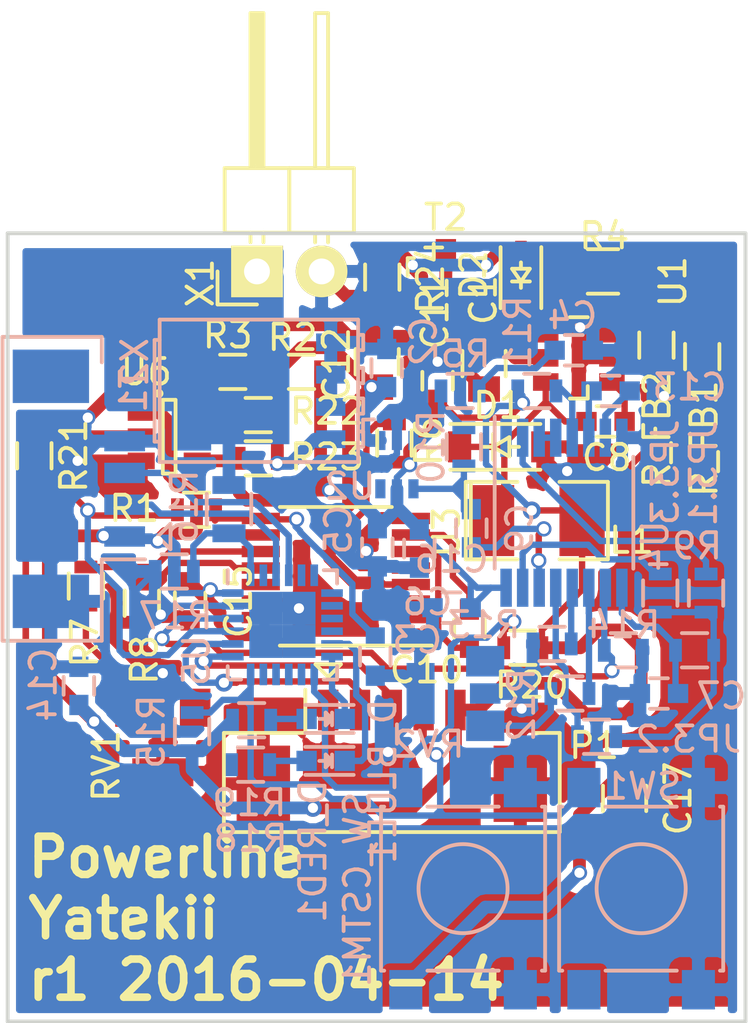
<source format=kicad_pcb>
(kicad_pcb (version 4) (host pcbnew 4.0.1-2.fc23-product)
  (layers (0 F.Cu signal) (31 B.Cu signal) (34 B.Paste user) (35 F.Paste user) (36 B.SilkS user) (37 F.SilkS user) (38 B.Mask user) (39 F.Mask user) (44 Edge.Cuts user))
  (net 0 "")
  (net 1 /coupling)
  (net 2 GND)
  (net 3 +3V3)
  (net 4 VCC)
  (net 5 /BLUE_ON)
  (net 6 "Net-(D_BLUE1-Pad2)")
  (net 7 /RED_ON)
  (net 8 "Net-(D_RED1-Pad2)")
  (net 9 /JP2)
  (net 10 "Net-(JP3.1-Pad1)")
  (net 11 /VCOin)
  (net 12 "Net-(JP3.2-Pad2)")
  (net 13 "Net-(JP3.3-Pad2)")
  (net 14 "Net-(P1-Pad2)")
  (net 15 "Net-(P1-Pad3)")
  (net 16 "Net-(P1-Pad4)")
  (net 17 /TX1_in)
  (net 18 /SHD)
  (net 19 /adc_0)
  (net 20 "Net-(R10-Pad2)")
  (net 21 "Net-(RV1-Pad1)")
  (net 22 "Net-(RV2-Pad1)")
  (net 23 "Net-(R_FB1-Pad2)")
  (net 24 /SW_CSTM)
  (net 25 "Net-(U3-Pad1)")
  (net 26 /RX1_out)
  (net 27 "Net-(C3-Pad1)")
  (net 28 "Net-(C4-Pad1)")
  (net 29 "Net-(C7-Pad1)")
  (net 30 "Net-(C8-Pad1)")
  (net 31 "Net-(C8-Pad2)")
  (net 32 "Net-(C9-Pad1)")
  (net 33 "Net-(C9-Pad2)")
  (net 34 "Net-(C10-Pad1)")
  (net 35 "Net-(C10-Pad2)")
  (net 36 "Net-(C13-Pad1)")
  (net 37 "Net-(C13-Pad2)")
  (net 38 "Net-(R6-Pad2)")
  (net 39 "Net-(R7-Pad1)")
  (net 40 "Net-(R7-Pad2)")
  (net 41 "Net-(R8-Pad1)")
  (net 42 "Net-(R11-Pad1)")
  (net 43 "Net-(R12-Pad1)")
  (net 44 "Net-(R12-Pad2)")
  (net 45 "Net-(R13-Pad1)")
  (net 46 "Net-(U3-Pad2)")
  (net 47 "Net-(U3-Pad3)")
  (net 48 "Net-(U3-Pad10)")
  (net 49 "Net-(U3-Pad13)")
  (net 50 "Net-(U3-Pad15)")
  (net 51 "Net-(U4-Pad1)")
  (net 52 "Net-(U5-Pad2)")
  (net 53 "Net-(U5-Pad3)")
  (net 54 "Net-(U5-Pad4)")
  (net 55 "Net-(U5-Pad5)")
  (net 56 "Net-(U5-Pad6)")
  (net 57 "Net-(U5-Pad7)")
  (net 58 "Net-(U5-Pad8)")
  (net 59 "Net-(U5-Pad9)")
  (net 60 "Net-(U5-Pad10)")
  (net 61 "Net-(U5-Pad14)")
  (net 62 "Net-(U5-Pad15)")
  (net 63 "Net-(U5-Pad16)")
  (net 64 "Net-(U5-Pad17)")
  (net 65 "Net-(R22-Pad2)")
  (net 66 "Net-(R21-Pad2)")
  (net 67 "Net-(R23-Pad2)")
  (net 68 "Net-(R22-Pad1)")
  (net 69 "Net-(C1-Pad1)")
  (net 70 "Net-(D2-Pad2)")
  (net 71 "Net-(R18-Pad1)")
  (module TO_SOT_Packages_SMD:SC-70-6 (layer B.Cu) (at 159.3 84.1)
    (fp_text reference U2 (at -1.85 0.85) (layer B.SilkS) (effects (justify mirror)))
    (fp_text value OPA376AIDCK)
    (pad 1 smd rect (at -0.65024 -0.94996) (size 0.39878 0.7493) (layers B.Cu B.Paste B.Mask) (net 1 /coupling))
    (pad 2 smd rect (at 0 -0.94996) (size 0.39878 0.7493) (layers B.Cu B.Paste B.Mask) (net 2 GND))
    (pad 3 smd rect (at 0.65024 -0.94996) (size 0.39878 0.7493) (layers B.Cu B.Paste B.Mask) (net 20 "Net-(R10-Pad2)"))
    (pad 4 smd rect (at 0.65024 0.94996) (size 0.39878 0.7493) (layers B.Cu B.Paste B.Mask) (net 33 "Net-(C9-Pad2)"))
    (pad 5 smd rect (at 0 0.94996) (size 0.39878 0.7493) (layers B.Cu B.Paste B.Mask) (net 3 +3V3))
    (pad 6 smd rect (at -0.65024 0.94996) (size 0.39878 0.7493) (layers B.Cu B.Paste B.Mask))
  )
  (module Capacitors_SMD:C_0603 (layer B.Cu) (at 161.45 89.725 180)
    (fp_text reference C16 (at 0 1.9 180) (layer B.SilkS) (effects (justify mirror)))
    (fp_text value 100n)
    (pad 1 smd rect (at -0.75 0 180) (size 0.8 0.75) (layers B.Cu B.Paste B.Mask) (net 3 +3V3))
    (pad 2 smd rect (at 0.75 0 180) (size 0.8 0.75) (layers B.Cu B.Paste B.Mask) (net 2 GND))
  )
  (module Capacitors_SMD:C_0603 (layer F.Cu) (at 151.175 89.475 270)
    (fp_text reference C15 (at 0 -1.9 270) (layer F.SilkS))
    (fp_text value 100n)
    (pad 1 smd rect (at -0.75 0 270) (size 0.8 0.75) (layers F.Cu F.Paste F.Mask) (net 3 +3V3))
    (pad 2 smd rect (at 0.75 0 270) (size 0.8 0.75) (layers F.Cu F.Paste F.Mask) (net 2 GND))
  )
  (module Resistors_SMD:R_0603 (layer F.Cu) (at 153.85 83.85 180)
    (fp_text reference R23 (at -2.7 0.05 180) (layer F.SilkS))
    (fp_text value 0R)
    (pad 1 smd rect (at -0.75 0 180) (size 0.5 0.9) (layers F.Cu F.Paste F.Mask) (net 65 "Net-(R22-Pad2)"))
    (pad 2 smd rect (at 0.75 0 180) (size 0.5 0.9) (layers F.Cu F.Paste F.Mask) (net 67 "Net-(R23-Pad2)"))
  )
  (module Resistors_SMD:R_0603 (layer F.Cu) (at 153.85 82.15)
    (fp_text reference R22 (at 2.7 -0.15) (layer F.SilkS))
    (fp_text value 0R)
    (pad 1 smd rect (at -0.75 0) (size 0.5 0.9) (layers F.Cu F.Paste F.Mask) (net 68 "Net-(R22-Pad1)"))
    (pad 2 smd rect (at 0.75 0) (size 0.5 0.9) (layers F.Cu F.Paste F.Mask) (net 65 "Net-(R22-Pad2)"))
  )
  (module Resistors_SMD:R_0603 (layer F.Cu) (at 145.05 83.75 90)
    (fp_text reference R21 (at 0 1.55 90) (layer F.SilkS))
    (fp_text value 1k)
    (pad 1 smd rect (at -0.75 0 90) (size 0.5 0.9) (layers F.Cu F.Paste F.Mask) (net 17 /TX1_in))
    (pad 2 smd rect (at 0.75 0 90) (size 0.5 0.9) (layers F.Cu F.Paste F.Mask) (net 66 "Net-(R21-Pad2)"))
  )
  (module TO_SOT_Packages_SMD:SOT-23-6 (layer F.Cu) (at 150.35 83)
    (fp_text reference U6 (at -0.9 -2.55) (layer F.SilkS))
    (fp_text value ZXGD3005E6_)
    (pad 1 smd rect (at -1.1 -0.95) (size 1.06 0.65) (layers F.Cu F.Paste F.Mask) (net 3 +3V3))
    (pad 2 smd rect (at -1.1 0) (size 1.06 0.65) (layers F.Cu F.Paste F.Mask) (net 66 "Net-(R21-Pad2)"))
    (pad 3 smd rect (at -1.1 0.95) (size 1.06 0.65) (layers F.Cu F.Paste F.Mask) (net 2 GND))
    (pad 4 smd rect (at 1.1 0.95) (size 1.06 0.65) (layers F.Cu F.Paste F.Mask) (net 67 "Net-(R23-Pad2)"))
    (pad 6 smd rect (at 1.1 -0.95) (size 1.06 0.65) (layers F.Cu F.Paste F.Mask) (net 68 "Net-(R22-Pad1)"))
    (pad 5 smd rect (at 1.1 0) (size 1.06 0.65) (layers F.Cu F.Paste F.Mask))
  )
  (module Resistors_SMD:R_0805 (layer B.Cu) (at 152.7 85.85 270)
    (fp_text reference R16 (at -0.1 1.75 270) (layer B.SilkS) (effects (justify mirror)))
    (fp_text value 600k)
    (pad 1 smd rect (at -0.95 0 270) (size 0.7 1.3) (layers B.Cu B.Paste B.Mask) (net 4 VCC))
    (pad 2 smd rect (at 0.95 0 270) (size 0.7 1.3) (layers B.Cu B.Paste B.Mask) (net 19 /adc_0))
  )
  (module Resistors_SMD:R_0603 (layer F.Cu) (at 159.2 83.25 90)
    (fp_text reference R6 (at 0.075 1.35 90) (layer F.SilkS))
    (fp_text value 10k)
    (pad 1 smd rect (at -0.75 0 90) (size 0.5 0.9) (layers F.Cu F.Paste F.Mask) (net 3 +3V3))
    (pad 2 smd rect (at 0.75 0 90) (size 0.5 0.9) (layers F.Cu F.Paste F.Mask) (net 38 "Net-(R6-Pad2)"))
  )
  (module Resistors_SMD:R_0603 (layer B.Cu) (at 168.2 91.4 180)
    (fp_text reference R14 (at 0 1 180) (layer B.SilkS) (effects (justify mirror)))
    (fp_text value 50k)
    (pad 1 smd rect (at -0.75 0 180) (size 0.5 0.9) (layers B.Cu B.Paste B.Mask) (net 2 GND))
    (pad 2 smd rect (at 0.75 0 180) (size 0.5 0.9) (layers B.Cu B.Paste B.Mask) (net 26 /RX1_out))
  )
  (module Resistors_SMD:R_0603 (layer B.Cu) (at 165.4 91.15 180)
    (fp_text reference R13 (at 2.7 0.75 180) (layer B.SilkS) (effects (justify mirror)))
    (fp_text value R_Small)
    (pad 1 smd rect (at -0.75 0 180) (size 0.5 0.9) (layers B.Cu B.Paste B.Mask) (net 45 "Net-(R13-Pad1)"))
    (pad 2 smd rect (at 0.75 0 180) (size 0.5 0.9) (layers B.Cu B.Paste B.Mask) (net 2 GND))
  )
  (module Capacitors_SMD:C_0603 (layer B.Cu) (at 158.9 80.3 90)
    (fp_text reference C2 (at 1.05 1.45 90) (layer B.SilkS) (effects (justify mirror)))
    (fp_text value C_Small)
    (pad 1 smd rect (at -0.75 0 90) (size 0.8 0.75) (layers B.Cu B.Paste B.Mask) (net 1 /coupling))
    (pad 2 smd rect (at 0.75 0 90) (size 0.8 0.75) (layers B.Cu B.Paste B.Mask) (net 2 GND))
  )
  (module Capacitors_SMD:C_0603 (layer B.Cu) (at 167.7 81.2)
    (fp_text reference C13 (at 3.1 -0.15) (layer B.SilkS) (effects (justify mirror)))
    (fp_text value C_Small)
    (pad 1 smd rect (at -0.75 0) (size 0.8 0.75) (layers B.Cu B.Paste B.Mask) (net 36 "Net-(C13-Pad1)"))
    (pad 2 smd rect (at 0.75 0) (size 0.8 0.75) (layers B.Cu B.Paste B.Mask) (net 37 "Net-(C13-Pad2)"))
  )
  (module Capacitors_SMD:C_0603 (layer F.Cu) (at 162.15 90.55 90)
    (fp_text reference C10 (at -1.625 -1.675 360) (layer F.SilkS))
    (fp_text value C_Small)
    (pad 1 smd rect (at -0.75 0 90) (size 0.8 0.75) (layers F.Cu F.Paste F.Mask) (net 34 "Net-(C10-Pad1)"))
    (pad 2 smd rect (at 0.75 0 90) (size 0.8 0.75) (layers F.Cu F.Paste F.Mask) (net 35 "Net-(C10-Pad2)"))
  )
  (module Capacitors_SMD:C_0603 (layer B.Cu) (at 166.25 79.6)
    (fp_text reference C4 (at -0.05 -1.35) (layer B.SilkS) (effects (justify mirror)))
    (fp_text value C_Small)
    (pad 1 smd rect (at -0.75 0) (size 0.8 0.75) (layers B.Cu B.Paste B.Mask) (net 28 "Net-(C4-Pad1)"))
    (pad 2 smd rect (at 0.75 0) (size 0.8 0.75) (layers B.Cu B.Paste B.Mask) (net 2 GND))
  )
  (module Capacitors_SMD:C_0603 (layer B.Cu) (at 169.6 93.1 180)
    (fp_text reference C7 (at -2.45 -0.1 180) (layer B.SilkS) (effects (justify mirror)))
    (fp_text value C_Small)
    (pad 1 smd rect (at -0.75 0 180) (size 0.8 0.75) (layers B.Cu B.Paste B.Mask) (net 29 "Net-(C7-Pad1)"))
    (pad 2 smd rect (at 0.75 0 180) (size 0.8 0.75) (layers B.Cu B.Paste B.Mask) (net 2 GND))
  )
  (module Capacitors_SMD:C_0603 (layer B.Cu) (at 158.45 91.65 270)
    (fp_text reference C3 (at -0.65 -1.65 360) (layer B.SilkS) (effects (justify mirror)))
    (fp_text value C_Small)
    (pad 1 smd rect (at -0.75 0 270) (size 0.8 0.75) (layers B.Cu B.Paste B.Mask) (net 27 "Net-(C3-Pad1)"))
    (pad 2 smd rect (at 0.75 0 270) (size 0.8 0.75) (layers B.Cu B.Paste B.Mask) (net 2 GND))
  )
  (module Capacitors_SMD:C_0603 (layer B.Cu) (at 158.532228 87.35 270)
    (fp_text reference C5 (at -0.7 1.532228 270) (layer B.SilkS) (effects (justify mirror)))
    (fp_text value 0.1u)
    (pad 1 smd rect (at -0.75 0 270) (size 0.8 0.75) (layers B.Cu B.Paste B.Mask) (net 3 +3V3))
    (pad 2 smd rect (at 0.75 0 270) (size 0.8 0.75) (layers B.Cu B.Paste B.Mask) (net 2 GND))
  )
  (module Capacitors_SMD:C_0603 (layer B.Cu) (at 160.182228 87.4 90)
    (fp_text reference C6 (at -2.1 0.317772 180) (layer B.SilkS) (effects (justify mirror)))
    (fp_text value 1u)
    (pad 1 smd rect (at -0.75 0 90) (size 0.8 0.75) (layers B.Cu B.Paste B.Mask) (net 2 GND))
    (pad 2 smd rect (at 0.75 0 90) (size 0.8 0.75) (layers B.Cu B.Paste B.Mask) (net 3 +3V3))
  )
  (module Capacitors_SMD:C_0603 (layer B.Cu) (at 162.225 86.6 90)
    (fp_text reference C9 (at 0 1.9 90) (layer B.SilkS) (effects (justify mirror)))
    (fp_text value C_Small)
    (pad 1 smd rect (at -0.75 0 90) (size 0.8 0.75) (layers B.Cu B.Paste B.Mask) (net 32 "Net-(C9-Pad1)"))
    (pad 2 smd rect (at 0.75 0 90) (size 0.8 0.75) (layers B.Cu B.Paste B.Mask) (net 33 "Net-(C9-Pad2)"))
  )
  (module Capacitors_SMD:C_0603 (layer F.Cu) (at 167.5 82.4 180)
    (fp_text reference C8 (at -0.05 -1.425 180) (layer F.SilkS))
    (fp_text value 100nF)
    (pad 1 smd rect (at -0.75 0 180) (size 0.8 0.75) (layers F.Cu F.Paste F.Mask) (net 30 "Net-(C8-Pad1)"))
    (pad 2 smd rect (at 0.75 0 180) (size 0.8 0.75) (layers F.Cu F.Paste F.Mask) (net 31 "Net-(C8-Pad2)"))
  )
  (module Capacitors_SMD:C_0805 (layer F.Cu) (at 158.525 80.05 270)
    (fp_text reference C12 (at 0.1 1.6 270) (layer F.SilkS))
    (fp_text value C_Small)
    (pad 1 smd rect (at -1 0 270) (size 1 1.25) (layers F.Cu F.Paste F.Mask) (net 4 VCC))
    (pad 2 smd rect (at 1 0 270) (size 1 1.25) (layers F.Cu F.Paste F.Mask) (net 1 /coupling))
  )
  (module Capacitors_SMD:C_0805 (layer F.Cu) (at 162.725 80.125 270)
    (fp_text reference C1 (at -2.5 0.025 450) (layer F.SilkS))
    (fp_text value 2.2uF)
    (pad 1 smd rect (at -1 0 270) (size 1 1.25) (layers F.Cu F.Paste F.Mask) (net 69 "Net-(C1-Pad1)"))
    (pad 2 smd rect (at 1 0 270) (size 1 1.25) (layers F.Cu F.Paste F.Mask) (net 2 GND))
  )
  (module Capacitors_SMD:C_0603 (layer F.Cu) (at 160.9 80.8 90)
    (fp_text reference C11 (at 2.675 -0.1 90) (layer F.SilkS))
    (fp_text value 10uF)
    (pad 1 smd rect (at -0.75 0 90) (size 0.8 0.75) (layers F.Cu F.Paste F.Mask) (net 3 +3V3))
    (pad 2 smd rect (at 0.75 0 90) (size 0.8 0.75) (layers F.Cu F.Paste F.Mask) (net 2 GND))
  )
  (module Diodes_SMD:SOD-123 (layer F.Cu) (at 163.4 83.4)
    (fp_text reference D1 (at -0.125 -1.625) (layer F.SilkS))
    (fp_text value D_Schottky_Small)
    (pad 1 smd rect (at -1.635 0) (size 0.91 1.22) (layers F.Cu F.Paste F.Mask) (net 31 "Net-(C8-Pad2)"))
    (pad 2 smd rect (at 1.635 0) (size 0.91 1.22) (layers F.Cu F.Paste F.Mask) (net 2 GND))
  )
  (module Resistors_SMD:R_0603 (layer B.Cu) (at 171.45 89.15 270)
    (fp_text reference JP3.1 (at -4.7 0.1 270) (layer B.SilkS) (effects (justify mirror)))
    (fp_text value R_Small)
    (pad 1 smd rect (at -0.75 0 270) (size 0.5 0.9) (layers B.Cu B.Paste B.Mask) (net 10 "Net-(JP3.1-Pad1)"))
    (pad 2 smd rect (at 0.75 0 270) (size 0.5 0.9) (layers B.Cu B.Paste B.Mask) (net 11 /VCOin))
  )
  (module Resistors_SMD:R_0603 (layer B.Cu) (at 167.15 94.8 180)
    (fp_text reference JP3.2 (at -3.6 -0.1 180) (layer B.SilkS) (effects (justify mirror)))
    (fp_text value R_Small)
    (pad 1 smd rect (at -0.75 0 180) (size 0.5 0.9) (layers B.Cu B.Paste B.Mask) (net 11 /VCOin))
    (pad 2 smd rect (at 0.75 0 180) (size 0.5 0.9) (layers B.Cu B.Paste B.Mask) (net 12 "Net-(JP3.2-Pad2)"))
  )
  (module Resistors_SMD:R_0603 (layer B.Cu) (at 169.65 89.15 90)
    (fp_text reference JP3.3 (at 4.75 0.2 90) (layer B.SilkS) (effects (justify mirror)))
    (fp_text value R_Small)
    (pad 1 smd rect (at -0.75 0 90) (size 0.5 0.9) (layers B.Cu B.Paste B.Mask) (net 11 /VCOin))
    (pad 2 smd rect (at 0.75 0 90) (size 0.5 0.9) (layers B.Cu B.Paste B.Mask) (net 13 "Net-(JP3.3-Pad2)"))
  )
  (module SMD_Packages:SMD-1210_Pol (layer F.Cu) (at 164.8 86.3)
    (fp_text reference L1 (at 3.725 0.775) (layer F.SilkS))
    (fp_text value 22uH)
    (pad 1 smd rect (at -1.778 0) (size 1.778 2.794) (layers F.Cu F.Paste F.Mask) (net 31 "Net-(C8-Pad2)"))
    (pad 2 smd rect (at 1.778 0) (size 1.778 2.794) (layers F.Cu F.Paste F.Mask) (net 3 +3V3))
  )
  (module Resistors_SMD:R_0603 (layer F.Cu) (at 147.075 88.875 270)
    (fp_text reference R7 (at 2.225 0.05 450) (layer F.SilkS))
    (fp_text value R_Small)
    (pad 1 smd rect (at -0.75 0 270) (size 0.5 0.9) (layers F.Cu F.Paste F.Mask) (net 39 "Net-(R7-Pad1)"))
    (pad 2 smd rect (at 0.75 0 270) (size 0.5 0.9) (layers F.Cu F.Paste F.Mask) (net 40 "Net-(R7-Pad2)"))
  )
  (module Resistors_SMD:R_0603 (layer B.Cu) (at 153.55 95.9)
    (fp_text reference R18 (at 0 2.9) (layer B.SilkS) (effects (justify mirror)))
    (fp_text value 100)
    (pad 1 smd rect (at -0.75 0) (size 0.5 0.9) (layers B.Cu B.Paste B.Mask) (net 71 "Net-(R18-Pad1)"))
    (pad 2 smd rect (at 0.75 0) (size 0.5 0.9) (layers B.Cu B.Paste B.Mask) (net 8 "Net-(D_RED1-Pad2)"))
  )
  (module Resistors_SMD:R_0603 (layer F.Cu) (at 149.275 89.55 270)
    (fp_text reference R8 (at 2.225 -0.1 450) (layer F.SilkS))
    (fp_text value R_Small)
    (pad 1 smd rect (at -0.75 0 270) (size 0.5 0.9) (layers F.Cu F.Paste F.Mask) (net 41 "Net-(R8-Pad1)"))
    (pad 2 smd rect (at 0.75 0 270) (size 0.5 0.9) (layers F.Cu F.Paste F.Mask) (net 2 GND))
  )
  (module Resistors_SMD:R_0603 (layer B.Cu) (at 153.59 94.15)
    (fp_text reference R19 (at -0.09 3.25) (layer B.SilkS) (effects (justify mirror)))
    (fp_text value 100)
    (pad 1 smd rect (at -0.75 0) (size 0.5 0.9) (layers B.Cu B.Paste B.Mask) (net 3 +3V3))
    (pad 2 smd rect (at 0.75 0) (size 0.5 0.9) (layers B.Cu B.Paste B.Mask) (net 6 "Net-(D_BLUE1-Pad2)"))
  )
  (module Resistors_SMD:R_0603 (layer B.Cu) (at 171 91.4 180)
    (fp_text reference R9 (at -0.1 4.1 180) (layer B.SilkS) (effects (justify mirror)))
    (fp_text value R_Small)
    (pad 1 smd rect (at -0.75 0 180) (size 0.5 0.9) (layers B.Cu B.Paste B.Mask) (net 11 /VCOin))
    (pad 2 smd rect (at 0.75 0 180) (size 0.5 0.9) (layers B.Cu B.Paste B.Mask) (net 29 "Net-(C7-Pad1)"))
  )
  (module Resistors_SMD:R_0603 (layer F.Cu) (at 151.425 85.875 180)
    (fp_text reference R1 (at 2.45 0.05 180) (layer F.SilkS))
    (fp_text value R_Small)
    (pad 1 smd rect (at -0.75 0 180) (size 0.5 0.9) (layers F.Cu F.Paste F.Mask) (net 27 "Net-(C3-Pad1)"))
    (pad 2 smd rect (at 0.75 0 180) (size 0.5 0.9) (layers F.Cu F.Paste F.Mask) (net 17 /TX1_in))
  )
  (module Resistors_SMD:R_0603 (layer F.Cu) (at 164.25 91.3 180)
    (fp_text reference R20 (at -0.35 -1.475 180) (layer F.SilkS))
    (fp_text value 10k)
    (pad 1 smd rect (at -0.75 0 180) (size 0.5 0.9) (layers F.Cu F.Paste F.Mask) (net 3 +3V3))
    (pad 2 smd rect (at 0.75 0 180) (size 0.5 0.9) (layers F.Cu F.Paste F.Mask) (net 24 /SW_CSTM))
  )
  (module Resistors_SMD:R_0603 (layer B.Cu) (at 164.8 81.2 180)
    (fp_text reference R11 (at 0.75 2.3 270) (layer B.SilkS) (effects (justify mirror)))
    (fp_text value 10k)
    (pad 1 smd rect (at -0.75 0 180) (size 0.5 0.9) (layers B.Cu B.Paste B.Mask) (net 42 "Net-(R11-Pad1)"))
    (pad 2 smd rect (at 0.75 0 180) (size 0.5 0.9) (layers B.Cu B.Paste B.Mask) (net 3 +3V3))
  )
  (module Resistors_SMD:R_0805 (layer F.Cu) (at 167.4 76.5)
    (fp_text reference R4 (at 0.05 -1.4) (layer F.SilkS))
    (fp_text value 1M8)
    (pad 1 smd rect (at -0.95 0) (size 0.7 1.3) (layers F.Cu F.Paste F.Mask) (net 69 "Net-(C1-Pad1)"))
    (pad 2 smd rect (at 0.95 0) (size 0.7 1.3) (layers F.Cu F.Paste F.Mask) (net 18 /SHD))
  )
  (module Resistors_SMD:R_0603 (layer B.Cu) (at 150.55 88.3 180)
    (fp_text reference R17 (at -0.05 -1.75 180) (layer B.SilkS) (effects (justify mirror)))
    (fp_text value 33k)
    (pad 1 smd rect (at -0.75 0 180) (size 0.5 0.9) (layers B.Cu B.Paste B.Mask) (net 19 /adc_0))
    (pad 2 smd rect (at 0.75 0 180) (size 0.5 0.9) (layers B.Cu B.Paste B.Mask) (net 2 GND))
  )
  (module Resistors_SMD:R_0603 (layer F.Cu) (at 155.55 80.45 180)
    (fp_text reference R2 (at 0.35 1.35 180) (layer F.SilkS))
    (fp_text value 100k)
    (pad 1 smd rect (at -0.75 0 180) (size 0.5 0.9) (layers F.Cu F.Paste F.Mask) (net 3 +3V3))
    (pad 2 smd rect (at 0.75 0 180) (size 0.5 0.9) (layers F.Cu F.Paste F.Mask) (net 1 /coupling))
  )
  (module Resistors_SMD:R_0603 (layer F.Cu) (at 152.85 80.45 180)
    (fp_text reference R3 (at 0.2 1.45 180) (layer F.SilkS))
    (fp_text value 100k)
    (pad 1 smd rect (at -0.75 0 180) (size 0.5 0.9) (layers F.Cu F.Paste F.Mask) (net 1 /coupling))
    (pad 2 smd rect (at 0.75 0 180) (size 0.5 0.9) (layers F.Cu F.Paste F.Mask) (net 2 GND))
  )
  (module Resistors_SMD:R_0603 (layer B.Cu) (at 161.782228 81.2 180)
    (fp_text reference R5 (at -0.217772 1.45 180) (layer B.SilkS) (effects (justify mirror)))
    (fp_text value R_Small)
    (pad 1 smd rect (at -0.75 0 180) (size 0.5 0.9) (layers B.Cu B.Paste B.Mask) (net 28 "Net-(C4-Pad1)"))
    (pad 2 smd rect (at 0.75 0 180) (size 0.5 0.9) (layers B.Cu B.Paste B.Mask) (net 20 "Net-(R10-Pad2)"))
  )
  (module Resistors_SMD:R_0603 (layer B.Cu) (at 161.932228 83.4 90)
    (fp_text reference R10 (at 0 -1.282228 90) (layer B.SilkS) (effects (justify mirror)))
    (fp_text value R_Small)
    (pad 1 smd rect (at -0.75 0 90) (size 0.5 0.9) (layers B.Cu B.Paste B.Mask) (net 33 "Net-(C9-Pad2)"))
    (pad 2 smd rect (at 0.75 0 90) (size 0.5 0.9) (layers B.Cu B.Paste B.Mask) (net 20 "Net-(R10-Pad2)"))
  )
  (module pro4:EVM-1USX30B14 (layer B.Cu) (at 161.5 93.1 270)
    (fp_text reference RV2 (at 2 0.95 540) (layer B.SilkS) (effects (justify mirror)))
    (fp_text value POT hide)
    (pad 1 smd rect (at -1.27 -1.27 270) (size 1.2 1.5) (layers B.Cu B.Paste B.Mask) (net 22 "Net-(RV2-Pad1)"))
    (pad 3 smd rect (at 1.27 -1.27 270) (size 1.2 1.5) (layers B.Cu B.Paste B.Mask) (net 44 "Net-(R12-Pad2)"))
    (pad 4 smd rect (at 0 1.27 270) (size 2.4 1.1) (layers B.Cu B.Paste B.Mask) (net 2 GND))
    (pad 2 smd rect (at 0 -1.27 270) (size 0.8 1.2) (layers B.Cu B.Paste B.Mask) (net 2 GND))
  )
  (module pro4:EVM-1USX30B14 (layer F.Cu) (at 150.1 94.93 180)
    (fp_text reference RV1 (at 2.225 -1.02 270) (layer F.SilkS))
    (fp_text value POT hide)
    (pad 1 smd rect (at -1.27 1.27 180) (size 1.2 1.5) (layers F.Cu F.Paste F.Mask) (net 21 "Net-(RV1-Pad1)"))
    (pad 3 smd rect (at 1.27 1.27 180) (size 1.2 1.5) (layers F.Cu F.Paste F.Mask) (net 40 "Net-(R7-Pad2)"))
    (pad 4 smd rect (at 0 -1.27 180) (size 2.4 1.1) (layers F.Cu F.Paste F.Mask) (net 2 GND))
    (pad 2 smd rect (at 0 1.27 180) (size 0.8 1.2) (layers F.Cu F.Paste F.Mask) (net 2 GND))
  )
  (module Resistors_SMD:R_0603 (layer F.Cu) (at 171.3 79.85 90)
    (fp_text reference R_FB1 (at -3.225 0.075 90) (layer F.SilkS))
    (fp_text value 33k)
    (pad 1 smd rect (at -0.75 0 90) (size 0.5 0.9) (layers F.Cu F.Paste F.Mask) (net 3 +3V3))
    (pad 2 smd rect (at 0.75 0 90) (size 0.5 0.9) (layers F.Cu F.Paste F.Mask) (net 23 "Net-(R_FB1-Pad2)"))
  )
  (module Resistors_SMD:R_0603 (layer F.Cu) (at 169.5 79.4 270)
    (fp_text reference R_FB2 (at 3.325 -0.025 270) (layer F.SilkS))
    (fp_text value 10k)
    (pad 1 smd rect (at -0.75 0 270) (size 0.5 0.9) (layers F.Cu F.Paste F.Mask) (net 23 "Net-(R_FB1-Pad2)"))
    (pad 2 smd rect (at 0.75 0 270) (size 0.5 0.9) (layers F.Cu F.Paste F.Mask) (net 2 GND))
  )
  (module Buttons_Switches_SMD:SW_SPST_PTS645 (layer B.Cu) (at 161.9 100.775 270)
    (fp_text reference SW_CSTM1 (at 0.025 4.15 270) (layer B.SilkS) (effects (justify mirror)))
    (fp_text value Cstm)
    (pad 2 smd rect (at -3.975 -2.25 270) (size 1.55 1.3) (layers B.Cu B.Paste B.Mask) (net 2 GND))
    (pad 1 smd rect (at -3.975 2.25 270) (size 1.55 1.3) (layers B.Cu B.Paste B.Mask) (net 24 /SW_CSTM))
    (pad 1 smd rect (at 3.975 2.25 270) (size 1.55 1.3) (layers B.Cu B.Paste B.Mask) (net 24 /SW_CSTM))
    (pad 2 smd rect (at 3.975 -2.25 270) (size 1.55 1.3) (layers B.Cu B.Paste B.Mask) (net 2 GND))
  )
  (module TO_SOT_Packages_SMD:TSOT-6-MK06A (layer F.Cu) (at 166.45 79.9 90)
    (fp_text reference U1 (at 3 3.7 270) (layer F.SilkS))
    (fp_text value LMR16006)
    (pad 1 smd rect (at -0.94996 1.30048 90) (size 0.69088 1.00076) (layers F.Cu F.Paste F.Mask) (net 30 "Net-(C8-Pad1)"))
    (pad 2 smd rect (at 0 1.30048 90) (size 0.69088 1.00076) (layers F.Cu F.Paste F.Mask) (net 2 GND))
    (pad 3 smd rect (at 0.94996 1.30048 90) (size 0.69088 1.00076) (layers F.Cu F.Paste F.Mask) (net 23 "Net-(R_FB1-Pad2)"))
    (pad 4 smd rect (at 0.94996 -1.30048 90) (size 0.69088 1.00076) (layers F.Cu F.Paste F.Mask) (net 18 /SHD))
    (pad 5 smd rect (at 0 -1.30048 90) (size 0.69088 1.00076) (layers F.Cu F.Paste F.Mask) (net 69 "Net-(C1-Pad1)"))
    (pad 6 smd rect (at -0.94996 -1.30048 90) (size 0.69088 1.00076) (layers F.Cu F.Paste F.Mask) (net 31 "Net-(C8-Pad2)"))
  )
  (module Housings_SSOP:TSSOP-16_4.4x5mm_Pitch0.65mm (layer F.Cu) (at 156.9 88.49 180)
    (fp_text reference U3 (at -4.35 1.74 270) (layer F.SilkS))
    (fp_text value CD74HC4046)
    (pad 1 smd rect (at -2.95 -2.275 180) (size 1.5 0.45) (layers F.Cu F.Paste F.Mask) (net 25 "Net-(U3-Pad1)"))
    (pad 2 smd rect (at -2.95 -1.625 180) (size 1.5 0.45) (layers F.Cu F.Paste F.Mask) (net 46 "Net-(U3-Pad2)"))
    (pad 3 smd rect (at -2.95 -0.975 180) (size 1.5 0.45) (layers F.Cu F.Paste F.Mask) (net 47 "Net-(U3-Pad3)"))
    (pad 4 smd rect (at -2.95 -0.325 180) (size 1.5 0.45) (layers F.Cu F.Paste F.Mask) (net 1 /coupling))
    (pad 5 smd rect (at -2.95 0.325 180) (size 1.5 0.45) (layers F.Cu F.Paste F.Mask) (net 38 "Net-(R6-Pad2)"))
    (pad 6 smd rect (at -2.95 0.975 180) (size 1.5 0.45) (layers F.Cu F.Paste F.Mask) (net 34 "Net-(C10-Pad1)"))
    (pad 7 smd rect (at -2.95 1.625 180) (size 1.5 0.45) (layers F.Cu F.Paste F.Mask) (net 35 "Net-(C10-Pad2)"))
    (pad 8 smd rect (at -2.95 2.275 180) (size 1.5 0.45) (layers F.Cu F.Paste F.Mask) (net 2 GND))
    (pad 9 smd rect (at 2.95 2.275 180) (size 1.5 0.45) (layers F.Cu F.Paste F.Mask) (net 27 "Net-(C3-Pad1)"))
    (pad 10 smd rect (at 2.95 1.625 180) (size 1.5 0.45) (layers F.Cu F.Paste F.Mask) (net 48 "Net-(U3-Pad10)"))
    (pad 11 smd rect (at 2.95 0.975 180) (size 1.5 0.45) (layers F.Cu F.Paste F.Mask) (net 39 "Net-(R7-Pad1)"))
    (pad 12 smd rect (at 2.95 0.325 180) (size 1.5 0.45) (layers F.Cu F.Paste F.Mask) (net 41 "Net-(R8-Pad1)"))
    (pad 13 smd rect (at 2.95 -0.325 180) (size 1.5 0.45) (layers F.Cu F.Paste F.Mask) (net 49 "Net-(U3-Pad13)"))
    (pad 14 smd rect (at 2.95 -0.975 180) (size 1.5 0.45) (layers F.Cu F.Paste F.Mask) (net 2 GND))
    (pad 15 smd rect (at 2.95 -1.625 180) (size 1.5 0.45) (layers F.Cu F.Paste F.Mask) (net 50 "Net-(U3-Pad15)"))
    (pad 16 smd rect (at 2.95 -2.275 180) (size 1.5 0.45) (layers F.Cu F.Paste F.Mask) (net 3 +3V3))
  )
  (module Housings_SSOP:TSSOP-16_4.4x5mm_Pitch0.65mm (layer B.Cu) (at 165.867228 85.99 270)
    (fp_text reference U4 (at 1.31 -3.582772 270) (layer B.SilkS) (effects (justify mirror)))
    (fp_text value CD74HC4046)
    (pad 1 smd rect (at -2.95 2.275 270) (size 1.5 0.45) (layers B.Cu B.Paste B.Mask) (net 51 "Net-(U4-Pad1)"))
    (pad 2 smd rect (at -2.95 1.625 270) (size 1.5 0.45) (layers B.Cu B.Paste B.Mask) (net 10 "Net-(JP3.1-Pad1)"))
    (pad 3 smd rect (at -2.95 0.975 270) (size 1.5 0.45) (layers B.Cu B.Paste B.Mask) (net 9 /JP2))
    (pad 4 smd rect (at -2.95 0.325 270) (size 1.5 0.45) (layers B.Cu B.Paste B.Mask) (net 9 /JP2))
    (pad 5 smd rect (at -2.95 -0.325 270) (size 1.5 0.45) (layers B.Cu B.Paste B.Mask) (net 42 "Net-(R11-Pad1)"))
    (pad 6 smd rect (at -2.95 -0.975 270) (size 1.5 0.45) (layers B.Cu B.Paste B.Mask) (net 36 "Net-(C13-Pad1)"))
    (pad 7 smd rect (at -2.95 -1.625 270) (size 1.5 0.45) (layers B.Cu B.Paste B.Mask) (net 37 "Net-(C13-Pad2)"))
    (pad 8 smd rect (at -2.95 -2.275 270) (size 1.5 0.45) (layers B.Cu B.Paste B.Mask) (net 2 GND))
    (pad 9 smd rect (at 2.95 -2.275 270) (size 1.5 0.45) (layers B.Cu B.Paste B.Mask) (net 29 "Net-(C7-Pad1)"))
    (pad 10 smd rect (at 2.95 -1.625 270) (size 1.5 0.45) (layers B.Cu B.Paste B.Mask) (net 26 /RX1_out))
    (pad 11 smd rect (at 2.95 -0.975 270) (size 1.5 0.45) (layers B.Cu B.Paste B.Mask) (net 43 "Net-(R12-Pad1)"))
    (pad 12 smd rect (at 2.95 -0.325 270) (size 1.5 0.45) (layers B.Cu B.Paste B.Mask) (net 45 "Net-(R13-Pad1)"))
    (pad 13 smd rect (at 2.95 0.325 270) (size 1.5 0.45) (layers B.Cu B.Paste B.Mask) (net 12 "Net-(JP3.2-Pad2)"))
    (pad 14 smd rect (at 2.95 0.975 270) (size 1.5 0.45) (layers B.Cu B.Paste B.Mask) (net 32 "Net-(C9-Pad1)"))
    (pad 15 smd rect (at 2.95 1.625 270) (size 1.5 0.45) (layers B.Cu B.Paste B.Mask) (net 13 "Net-(JP3.3-Pad2)"))
    (pad 16 smd rect (at 2.95 2.275 270) (size 1.5 0.45) (layers B.Cu B.Paste B.Mask) (net 3 +3V3))
  )
  (module Housings_DFN_QFN:QFN-24-1EP_4x4mm_Pitch0.5mm (layer B.Cu) (at 154.8 90.4 270)
    (fp_text reference U5 (at 1.4 3.375 270) (layer B.SilkS) (effects (justify mirror)))
    (fp_text value Atmel_SAM_D09)
    (pad 1 smd rect (at -1.95 1.25 270) (size 0.85 0.3) (layers B.Cu B.Paste B.Mask) (net 19 /adc_0))
    (pad 2 smd rect (at -1.95 0.75 270) (size 0.85 0.3) (layers B.Cu B.Paste B.Mask) (net 52 "Net-(U5-Pad2)"))
    (pad 3 smd rect (at -1.95 0.25 270) (size 0.85 0.3) (layers B.Cu B.Paste B.Mask) (net 53 "Net-(U5-Pad3)"))
    (pad 4 smd rect (at -1.95 -0.25 270) (size 0.85 0.3) (layers B.Cu B.Paste B.Mask) (net 54 "Net-(U5-Pad4)"))
    (pad 5 smd rect (at -1.95 -0.75 270) (size 0.85 0.3) (layers B.Cu B.Paste B.Mask) (net 55 "Net-(U5-Pad5)"))
    (pad 6 smd rect (at -1.95 -1.25 270) (size 0.85 0.3) (layers B.Cu B.Paste B.Mask) (net 56 "Net-(U5-Pad6)"))
    (pad 7 smd rect (at -1.25 -1.95 180) (size 0.85 0.3) (layers B.Cu B.Paste B.Mask) (net 57 "Net-(U5-Pad7)"))
    (pad 8 smd rect (at -0.75 -1.95 180) (size 0.85 0.3) (layers B.Cu B.Paste B.Mask) (net 58 "Net-(U5-Pad8)"))
    (pad 9 smd rect (at -0.25 -1.95 180) (size 0.85 0.3) (layers B.Cu B.Paste B.Mask) (net 59 "Net-(U5-Pad9)"))
    (pad 10 smd rect (at 0.25 -1.95 180) (size 0.85 0.3) (layers B.Cu B.Paste B.Mask) (net 60 "Net-(U5-Pad10)"))
    (pad 11 smd rect (at 0.75 -1.95 180) (size 0.85 0.3) (layers B.Cu B.Paste B.Mask) (net 7 /RED_ON))
    (pad 12 smd rect (at 1.25 -1.95 180) (size 0.85 0.3) (layers B.Cu B.Paste B.Mask) (net 5 /BLUE_ON))
    (pad 13 smd rect (at 1.95 -1.25 270) (size 0.85 0.3) (layers B.Cu B.Paste B.Mask) (net 24 /SW_CSTM))
    (pad 14 smd rect (at 1.95 -0.75 270) (size 0.85 0.3) (layers B.Cu B.Paste B.Mask) (net 61 "Net-(U5-Pad14)"))
    (pad 15 smd rect (at 1.95 -0.25 270) (size 0.85 0.3) (layers B.Cu B.Paste B.Mask) (net 62 "Net-(U5-Pad15)"))
    (pad 16 smd rect (at 1.95 0.25 270) (size 0.85 0.3) (layers B.Cu B.Paste B.Mask) (net 63 "Net-(U5-Pad16)"))
    (pad 17 smd rect (at 1.95 0.75 270) (size 0.85 0.3) (layers B.Cu B.Paste B.Mask) (net 64 "Net-(U5-Pad17)"))
    (pad 18 smd rect (at 1.95 1.25 270) (size 0.85 0.3) (layers B.Cu B.Paste B.Mask) (net 16 "Net-(P1-Pad4)"))
    (pad 19 smd rect (at 1.25 1.95 180) (size 0.85 0.3) (layers B.Cu B.Paste B.Mask) (net 15 "Net-(P1-Pad3)"))
    (pad 20 smd rect (at 0.75 1.95 180) (size 0.85 0.3) (layers B.Cu B.Paste B.Mask) (net 14 "Net-(P1-Pad2)"))
    (pad 21 smd rect (at 0.25 1.95 180) (size 0.85 0.3) (layers B.Cu B.Paste B.Mask) (net 17 /TX1_in))
    (pad 22 smd rect (at -0.25 1.95 180) (size 0.85 0.3) (layers B.Cu B.Paste B.Mask) (net 26 /RX1_out))
    (pad 23 smd rect (at -0.75 1.95 180) (size 0.85 0.3) (layers B.Cu B.Paste B.Mask) (net 2 GND))
    (pad 24 smd rect (at -1.25 1.95 180) (size 0.85 0.3) (layers B.Cu B.Paste B.Mask) (net 3 +3V3))
    (pad 25 smd rect (at 0.65 -0.65 270) (size 1.3 1.3) (layers B.Cu B.Paste B.Mask) (net 2 GND))
    (pad 25 smd rect (at 0.65 0.65 270) (size 1.3 1.3) (layers B.Cu B.Paste B.Mask) (net 2 GND))
    (pad 25 smd rect (at -0.65 -0.65 270) (size 1.3 1.3) (layers B.Cu B.Paste B.Mask) (net 2 GND))
    (pad 25 smd rect (at -0.65 0.65 270) (size 1.3 1.3) (layers B.Cu B.Paste B.Mask) (net 2 GND))
  )
  (module Connectors_Molex:Connector_Molex_PicoBlade_53261-0471 (layer B.Cu) (at 145.7 85.05 90)
    (fp_text reference X2 (at 4.975 3.3 90) (layer B.SilkS) (effects (justify mirror)))
    (fp_text value UART)
    (pad 1 smd rect (at -1.875 2.9 90) (size 0.8 1.6) (layers B.Cu B.Paste B.Mask) (net 3 +3V3))
    (pad 2 smd rect (at -0.625 2.9 90) (size 0.8 1.6) (layers B.Cu B.Paste B.Mask) (net 53 "Net-(U5-Pad3)"))
    (pad 3 smd rect (at 0.625 2.9 90) (size 0.8 1.6) (layers B.Cu B.Paste B.Mask) (net 54 "Net-(U5-Pad4)"))
    (pad 4 smd rect (at 1.875 2.9 90) (size 0.8 1.6) (layers B.Cu B.Paste B.Mask) (net 2 GND))
    (pad "" smd rect (at -4.425 0 90) (size 2.1 3) (layers B.Cu B.Paste B.Mask) (net 2 GND))
    (pad "" smd rect (at 4.425 0 90) (size 2.1 3) (layers B.Cu B.Paste B.Mask))
  )
  (module Pin_Headers:Pin_Header_Angled_1x02 (layer F.Cu) (at 153.8 76.5 90)
    (fp_text reference X1 (at -0.45 -2.225 90) (layer F.SilkS))
    (fp_text value 60V)
    (pad 1 thru_hole rect (at 0 0 90) (size 2.032 2.032) (drill 1.016) (layers *.Cu *.Mask F.SilkS) (net 4 VCC))
    (pad 2 thru_hole oval (at 0 2.54 90) (size 2.032 2.032) (drill 1.016) (layers *.Cu *.Mask F.SilkS) (net 2 GND))
  )
  (module Buttons_Switches_SMD:SW_SPST_PTS645 (layer B.Cu) (at 168.9 100.775 90)
    (fp_text reference SW1 (at 4.025 0.05 180) (layer B.SilkS) (effects (justify mirror)))
    (fp_text value Reset)
    (pad 2 smd rect (at -3.975 -2.25 90) (size 1.55 1.3) (layers B.Cu B.Paste B.Mask) (net 16 "Net-(P1-Pad4)"))
    (pad 1 smd rect (at -3.975 2.25 90) (size 1.55 1.3) (layers B.Cu B.Paste B.Mask) (net 2 GND))
    (pad 1 smd rect (at 3.975 2.25 90) (size 1.55 1.3) (layers B.Cu B.Paste B.Mask) (net 2 GND))
    (pad 2 smd rect (at 3.975 -2.25 90) (size 1.55 1.3) (layers B.Cu B.Paste B.Mask) (net 16 "Net-(P1-Pad4)"))
  )
  (module LEDs:LED-0603 (layer B.Cu) (at 156.5007 94.1 180)
    (fp_text reference D_BLUE1 (at -2.2493 -2.45 270) (layer B.SilkS) (effects (justify mirror)))
    (fp_text value BLUE)
    (pad 2 smd rect (at 0.7493 0) (size 0.79756 0.79756) (layers B.Cu B.Paste B.Mask) (net 6 "Net-(D_BLUE1-Pad2)"))
    (pad 1 smd rect (at -0.7493 0) (size 0.79756 0.79756) (layers B.Cu B.Paste B.Mask) (net 5 /BLUE_ON))
  )
  (module LEDs:LED-0603 (layer B.Cu) (at 156.5007 95.75 180)
    (fp_text reference D_RED1 (at 0.5007 -3.55 270) (layer B.SilkS) (effects (justify mirror)))
    (fp_text value RED)
    (pad 2 smd rect (at 0.7493 0) (size 0.79756 0.79756) (layers B.Cu B.Paste B.Mask) (net 8 "Net-(D_RED1-Pad2)"))
    (pad 1 smd rect (at -0.7493 0) (size 0.79756 0.79756) (layers B.Cu B.Paste B.Mask) (net 7 /RED_ON))
  )
  (module Resistors_SMD:R_0603 (layer B.Cu) (at 151.25 94.6 90)
    (fp_text reference R15 (at 0 -1.6 90) (layer B.SilkS) (effects (justify mirror)))
    (fp_text value 10k)
    (pad 1 smd rect (at -0.75 0 90) (size 0.5 0.9) (layers B.Cu B.Paste B.Mask) (net 3 +3V3))
    (pad 2 smd rect (at 0.75 0 90) (size 0.5 0.9) (layers B.Cu B.Paste B.Mask) (net 16 "Net-(P1-Pad4)"))
  )
  (module Resistors_SMD:R_0603 (layer B.Cu) (at 166.1 93.1 180)
    (fp_text reference R12 (at 1.9 -0.45 270) (layer B.SilkS) (effects (justify mirror)))
    (fp_text value R_Small)
    (pad 1 smd rect (at -0.75 0 180) (size 0.5 0.9) (layers B.Cu B.Paste B.Mask) (net 43 "Net-(R12-Pad1)"))
    (pad 2 smd rect (at 0.75 0 180) (size 0.5 0.9) (layers B.Cu B.Paste B.Mask) (net 44 "Net-(R12-Pad2)"))
  )
  (module Capacitors_SMD:C_0603 (layer B.Cu) (at 146.8 92.8 90)
    (fp_text reference C14 (at 0.05 -1.4 90) (layer B.SilkS) (effects (justify mirror)))
    (fp_text value 100n)
    (pad 1 smd rect (at -0.75 0 90) (size 0.8 0.75) (layers B.Cu B.Paste B.Mask) (net 3 +3V3))
    (pad 2 smd rect (at 0.75 0 90) (size 0.8 0.75) (layers B.Cu B.Paste B.Mask) (net 2 GND))
  )
  (module Connectors_Molex:Connector_Molex_PicoBlade_53261-0571 (layer F.Cu) (at 159.1 96.65)
    (fp_text reference P1 (at 7.95 -1.5) (layer F.SilkS))
    (fp_text value CONN_01X05)
    (pad 1 smd rect (at -2.5 -2.9) (size 0.8 1.6) (layers F.Cu F.Paste F.Mask) (net 2 GND))
    (pad 2 smd rect (at -1.25 -2.9) (size 0.8 1.6) (layers F.Cu F.Paste F.Mask) (net 14 "Net-(P1-Pad2)"))
    (pad 3 smd rect (at 0 -2.9) (size 0.8 1.6) (layers F.Cu F.Paste F.Mask) (net 15 "Net-(P1-Pad3)"))
    (pad 4 smd rect (at 1.25 -2.9) (size 0.8 1.6) (layers F.Cu F.Paste F.Mask) (net 16 "Net-(P1-Pad4)"))
    (pad 5 smd rect (at 2.5 -2.9) (size 0.8 1.6) (layers F.Cu F.Paste F.Mask) (net 3 +3V3))
    (pad "" smd rect (at -5.05 0) (size 2.1 3) (layers F.Cu F.Paste F.Mask) (net 2 GND))
    (pad "" smd rect (at 5.05 0) (size 2.1 3) (layers F.Cu F.Paste F.Mask) (net 2 GND))
  )
  (module TO_SOT_Packages_SMD:SOT-669_LFPAK (layer B.Cu) (at 153.875 81.195 270)
    (fp_text reference T1 (at 0 4.925 270) (layer B.SilkS) (effects (justify mirror)))
    (fp_text value BUK9Y22)
    (pad 2 smd rect (at -0.635 -2.825 270) (size 0.7 1.15) (layers B.Cu B.Paste B.Mask) (net 2 GND))
    (pad 1 smd rect (at -1.905 -2.825 270) (size 0.7 1.15) (layers B.Cu B.Paste B.Mask) (net 2 GND))
    (pad 3 smd rect (at 0.635 -2.825 270) (size 0.7 1.15) (layers B.Cu B.Paste B.Mask) (net 2 GND))
    (pad 5 smd rect (at 0 2.65 270) (size 4.7 1.55) (layers B.Cu B.Mask) (net 4 VCC))
    (pad 5 smd rect (at 0 0.45 270) (size 4.2 3.3) (layers B.Cu B.Mask) (net 4 VCC))
    (pad 4 smd rect (at 1.905 -2.825 270) (size 0.7 1.15) (layers B.Cu B.Paste B.Mask) (net 65 "Net-(R22-Pad2)"))
  )
  (module Diodes_SMD:SOD-323 (layer F.Cu) (at 164.175 76.645 90)
    (fp_text reference D2 (at 0 -1.85 90) (layer F.SilkS))
    (fp_text value ZENER)
    (pad 1 smd rect (at -1.055 0 90) (size 0.59 0.45) (layers F.Cu F.Paste F.Mask) (net 69 "Net-(C1-Pad1)"))
    (pad 2 smd rect (at 1.055 0 90) (size 0.59 0.45) (layers F.Cu F.Paste F.Mask) (net 70 "Net-(D2-Pad2)"))
  )
  (module Resistors_SMD:R_0603 (layer F.Cu) (at 158.725 76.725 270)
    (fp_text reference R24 (at 0 -1.9 270) (layer F.SilkS))
    (fp_text value 100k)
    (pad 1 smd rect (at -0.75 0 270) (size 0.5 0.9) (layers F.Cu F.Paste F.Mask) (net 70 "Net-(D2-Pad2)"))
    (pad 2 smd rect (at 0.75 0 270) (size 0.5 0.9) (layers F.Cu F.Paste F.Mask) (net 2 GND))
  )
  (module TO_SOT_Packages_SMD:SOT-23 (layer F.Cu) (at 161.225 76.625)
    (fp_text reference T2 (at 0 -2.25) (layer F.SilkS))
    (fp_text value DMP10H4D2s)
    (pad 1 smd rect (at -0.95 1.00076) (size 0.8001 0.8001) (layers F.Cu F.Paste F.Mask) (net 70 "Net-(D2-Pad2)"))
    (pad 2 smd rect (at 0.95 1.00076) (size 0.8001 0.8001) (layers F.Cu F.Paste F.Mask) (net 69 "Net-(C1-Pad1)"))
    (pad 3 smd rect (at 0 -0.99822) (size 0.8001 0.8001) (layers F.Cu F.Paste F.Mask) (net 4 VCC))
  )
  (module Capacitors_SMD:C_0805 (layer F.Cu) (at 168.25 97.225 270)
    (fp_text reference C17 (at 0 -2.1 270) (layer F.SilkS))
    (fp_text value 1u)
    (pad 1 smd rect (at -1 0 270) (size 1 1.25) (layers F.Cu F.Paste F.Mask) (net 24 /SW_CSTM))
    (pad 2 smd rect (at 1 0 270) (size 1 1.25) (layers F.Cu F.Paste F.Mask) (net 2 GND))
  )
  (gr_text "Powerline\nYatekii\nr1 2016-04-14" (at 144.65 101.95) (layer F.SilkS) (effects (font (size 1.5 1.5) (thickness 0.3)) (justify left)))
  (gr_line (start 144 75) (end 144 79) (layer Edge.Cuts) (width 0.15))
  (gr_line (start 173 75) (end 144 75) (layer Edge.Cuts) (width 0.15))
  (gr_line (start 173 106) (end 173 75) (layer Edge.Cuts) (width 0.15))
  (gr_line (start 144 106) (end 173 106) (layer Edge.Cuts) (width 0.15))
  (gr_line (start 144 79) (end 144 106) (layer Edge.Cuts) (width 0.15))
  (segment (start 155.55 79.5) (end 156.75 79.5) (width 0.5) (layer F.Cu) (net 1))
  (segment (start 156.75 79.5) (end 158.000001 80.750001) (width 0.5) (layer F.Cu) (net 1))
  (segment (start 158.000001 80.750001) (end 158.3 81.05) (width 0.5) (layer F.Cu) (net 1))
  (segment (start 157.4 81.95) (end 158.3 81.05) (width 0.5) (layer F.Cu) (net 1))
  (segment (start 158.3 81.05) (end 158.3 81.675) (width 0.5) (layer B.Cu) (net 1))
  (segment (start 158.3 81.675) (end 158 81.975) (width 0.5) (layer B.Cu) (net 1))
  (via (at 158.3 81.05) (size 0.6) (drill 0.4) (layers F.Cu B.Cu) (net 1))
  (segment (start 158.9 81.05) (end 158.3 81.05) (width 0.5) (layer B.Cu) (net 1))
  (segment (start 158.9 81.05) (end 158.9 81.075) (width 0.5) (layer B.Cu) (net 1))
  (segment (start 158.9 81.075) (end 158 81.975) (width 0.5) (layer B.Cu) (net 1))
  (segment (start 158 82.937553) (end 158.212487 83.15004) (width 0.5) (layer B.Cu) (net 1))
  (segment (start 158 81.975) (end 158 82.937553) (width 0.5) (layer B.Cu) (net 1))
  (segment (start 158.212487 83.15004) (end 158.64976 83.15004) (width 0.5) (layer B.Cu) (net 1))
  (segment (start 157.637812 88.75) (end 156.65 87.762188) (width 0.5) (layer F.Cu) (net 1))
  (segment (start 157.4 81.95) (end 157.400001 85.715997) (width 0.5) (layer F.Cu) (net 1))
  (segment (start 157.400001 85.715997) (end 156.65 86.465998) (width 0.5) (layer F.Cu) (net 1))
  (segment (start 156.65 86.465998) (end 156.65 87.762188) (width 0.5) (layer F.Cu) (net 1))
  (segment (start 158.5 88.75) (end 157.637812 88.75) (width 0.5) (layer F.Cu) (net 1))
  (segment (start 158.6 88.61501) (end 158.55 88.61501) (width 0.25) (layer F.Cu) (net 1))
  (segment (start 158.79999 88.815) (end 158.6 88.61501) (width 0.25) (layer F.Cu) (net 1))
  (segment (start 159.85 88.815) (end 158.79999 88.815) (width 0.25) (layer F.Cu) (net 1))
  (segment (start 158.5 88.75) (end 158.565 88.815) (width 0.25) (layer F.Cu) (net 1))
  (segment (start 158.565 88.815) (end 159.85 88.815) (width 0.25) (layer F.Cu) (net 1))
  (segment (start 154.8 80.45) (end 153.6 80.45) (width 0.5) (layer F.Cu) (net 1))
  (segment (start 154.8 80.25) (end 154.8 80.45) (width 0.5) (layer F.Cu) (net 1))
  (segment (start 155.55 79.5) (end 154.8 80.25) (width 0.5) (layer F.Cu) (net 1))
  (segment (start 158.85 81) (end 158.9 81.05) (width 0.25) (layer B.Cu) (net 1))
  (segment (start 158.95 95.03) (end 158.95 95.4) (width 0.5) (layer B.Cu) (net 2))
  (via (at 158.95 95.4) (size 0.6) (drill 0.4) (layers F.Cu B.Cu) (net 2))
  (segment (start 160.23 93.1) (end 160.23 93.75) (width 0.5) (layer B.Cu) (net 2))
  (segment (start 160.23 93.75) (end 158.95 95.03) (width 0.5) (layer B.Cu) (net 2))
  (segment (start 158.45 92.4) (end 159.53 92.4) (width 0.5) (layer B.Cu) (net 2))
  (segment (start 159.53 92.4) (end 160.23 93.1) (width 0.5) (layer B.Cu) (net 2))
  (segment (start 160.9 80.05) (end 161.65 80.05) (width 0.5) (layer F.Cu) (net 2))
  (segment (start 161.65 80.05) (end 162.725 81.125) (width 0.5) (layer F.Cu) (net 2))
  (segment (start 158.725 77.475) (end 157.315 77.475) (width 0.5) (layer F.Cu) (net 2))
  (segment (start 157.315 77.475) (end 156.34 76.5) (width 0.5) (layer F.Cu) (net 2))
  (segment (start 150.1 90.075) (end 150.8 90.075) (width 0.5) (layer F.Cu) (net 2))
  (segment (start 149.7 90.075) (end 150.1 90.075) (width 0.5) (layer F.Cu) (net 2))
  (segment (start 150.1 90.075) (end 150.020551 89.995551) (width 0.5) (layer F.Cu) (net 2))
  (via (at 150.020551 89.995551) (size 0.6) (drill 0.4) (layers F.Cu B.Cu) (net 2))
  (segment (start 149.275 90.3) (end 149.275 91.475) (width 0.5) (layer F.Cu) (net 2))
  (segment (start 149.275 91.475) (end 150.1 92.3) (width 0.5) (layer F.Cu) (net 2))
  (segment (start 150.8 90.075) (end 150.95 90.225) (width 0.5) (layer F.Cu) (net 2))
  (segment (start 149.275 90.3) (end 149.475 90.3) (width 0.5) (layer F.Cu) (net 2))
  (segment (start 149.475 90.3) (end 149.7 90.075) (width 0.5) (layer F.Cu) (net 2))
  (segment (start 149.275 91.15) (end 149.925 91.8) (width 0.25) (layer F.Cu) (net 2))
  (segment (start 149.275 90.3) (end 149.275 91.15) (width 0.25) (layer F.Cu) (net 2))
  (segment (start 158.85 86.215) (end 158.95 86.215) (width 0.25) (layer F.Cu) (net 2))
  (segment (start 158.95 86.215) (end 159.85 86.215) (width 0.25) (layer F.Cu) (net 2))
  (segment (start 158.086414 87.494962) (end 158.086414 86.843584) (width 0.5) (layer F.Cu) (net 2))
  (segment (start 158.086414 86.843584) (end 158.714998 86.215) (width 0.5) (layer F.Cu) (net 2))
  (segment (start 158.714998 86.215) (end 158.95 86.215) (width 0.5) (layer F.Cu) (net 2))
  (segment (start 158.086414 87.494962) (end 158.386413 87.194963) (width 0.25) (layer F.Cu) (net 2))
  (segment (start 158.386413 87.194963) (end 158.386413 86.678587) (width 0.25) (layer F.Cu) (net 2))
  (segment (start 158.386413 86.678587) (end 158.85 86.215) (width 0.25) (layer F.Cu) (net 2))
  (segment (start 158.05 87.9) (end 158.05 87.531376) (width 0.25) (layer B.Cu) (net 2))
  (segment (start 158.05 87.531376) (end 158.086414 87.494962) (width 0.25) (layer B.Cu) (net 2))
  (via (at 158.086414 87.494962) (size 0.6) (drill 0.4) (layers F.Cu B.Cu) (net 2))
  (segment (start 148 92.3) (end 147.75 92.05) (width 0.5) (layer B.Cu) (net 2))
  (segment (start 147.75 92.05) (end 146.8 92.05) (width 0.5) (layer B.Cu) (net 2))
  (segment (start 150.1 92.3) (end 148 92.3) (width 0.5) (layer B.Cu) (net 2))
  (segment (start 150.1 92.56) (end 150.1 92.3) (width 0.5) (layer F.Cu) (net 2))
  (via (at 150.1 92.3) (size 0.6) (drill 0.4) (layers F.Cu B.Cu) (net 2))
  (segment (start 150.1 93.66) (end 150.1 92.56) (width 0.5) (layer F.Cu) (net 2))
  (segment (start 147.15 82.24999) (end 148.94999 80.45) (width 0.5) (layer F.Cu) (net 2))
  (segment (start 148.94999 80.45) (end 152.1 80.45) (width 0.5) (layer F.Cu) (net 2))
  (segment (start 146.75 82.7) (end 147.15 82.3) (width 0.5) (layer B.Cu) (net 2))
  (segment (start 147.15 82.3) (end 147.15 82.24999) (width 0.5) (layer B.Cu) (net 2))
  (via (at 147.15 82.24999) (size 0.6) (drill 0.4) (layers F.Cu B.Cu) (net 2))
  (segment (start 146.75 83.95) (end 146.75 82.7) (width 0.5) (layer B.Cu) (net 2))
  (segment (start 146.75 83.95) (end 147.525 83.175) (width 0.5) (layer B.Cu) (net 2))
  (segment (start 147.525 83.175) (end 148.6 83.175) (width 0.5) (layer B.Cu) (net 2))
  (via (at 146.75 83.95) (size 0.6) (drill 0.4) (layers F.Cu B.Cu) (net 2))
  (segment (start 149.25 83.95) (end 146.75 83.95) (width 0.5) (layer F.Cu) (net 2))
  (segment (start 154.985 89.5) (end 155.2 89.5) (width 0.25) (layer F.Cu) (net 2))
  (segment (start 155.2 89.5) (end 155.45 89.75) (width 0.25) (layer F.Cu) (net 2))
  (via (at 155.45 89.75) (size 0.6) (drill 0.4) (layers F.Cu B.Cu) (net 2))
  (segment (start 153.95 89.465) (end 154.95 89.465) (width 0.25) (layer F.Cu) (net 2))
  (segment (start 154.95 89.465) (end 154.985 89.5) (width 0.25) (layer F.Cu) (net 2))
  (segment (start 158.05 87.8) (end 158.05 87.9) (width 0.25) (layer B.Cu) (net 2))
  (segment (start 157.85 87.9) (end 157.55 87.6) (width 0.25) (layer B.Cu) (net 2))
  (segment (start 157.8 87.55) (end 157.85 87.6) (width 0.25) (layer B.Cu) (net 2))
  (segment (start 157.85 87.6) (end 157.85 87.9) (width 0.25) (layer B.Cu) (net 2))
  (segment (start 157.85 87.9) (end 158.05 87.9) (width 0.25) (layer B.Cu) (net 2))
  (segment (start 158.05 87.9) (end 158.25 88.1) (width 0.25) (layer B.Cu) (net 2))
  (segment (start 158.25 88.1) (end 158.532228 88.1) (width 0.25) (layer B.Cu) (net 2))
  (segment (start 158.532228 88.1) (end 157.5 87.067772) (width 0.25) (layer B.Cu) (net 2))
  (segment (start 157.5 87.067772) (end 157.5 86.8) (width 0.25) (layer B.Cu) (net 2))
  (segment (start 157.6 88.1) (end 157.25 87.75) (width 0.25) (layer B.Cu) (net 2))
  (segment (start 158.532228 88.1) (end 157.6 88.1) (width 0.25) (layer B.Cu) (net 2))
  (segment (start 159.174999 83.825001) (end 158.7 84.3) (width 0.25) (layer B.Cu) (net 2))
  (segment (start 159.174999 83.799999) (end 159.174999 83.825001) (width 0.25) (layer B.Cu) (net 2))
  (segment (start 158.8 84.1) (end 158.874998 84.1) (width 0.25) (layer B.Cu) (net 2))
  (segment (start 158.874998 84.1) (end 159.125307 83.849691) (width 0.25) (layer B.Cu) (net 2))
  (segment (start 159.100001 83.799999) (end 158.8 84.1) (width 0.25) (layer B.Cu) (net 2))
  (segment (start 159.3 83.674998) (end 159.174999 83.799999) (width 0.25) (layer B.Cu) (net 2))
  (segment (start 159.174999 83.799999) (end 159.100001 83.799999) (width 0.25) (layer B.Cu) (net 2))
  (segment (start 158.575308 83.849691) (end 158.524999 83.9) (width 0.25) (layer B.Cu) (net 2))
  (segment (start 159.125307 83.849691) (end 158.575308 83.849691) (width 0.25) (layer B.Cu) (net 2))
  (segment (start 159.3 83.15004) (end 159.3 83.674998) (width 0.25) (layer B.Cu) (net 2))
  (segment (start 158.85 86.215) (end 158.265 86.8) (width 0.25) (layer F.Cu) (net 2))
  (segment (start 158.265 86.8) (end 157.994974 86.8) (width 0.25) (layer F.Cu) (net 2))
  (segment (start 149.025007 89.005654) (end 149.094346 89.005654) (width 0.25) (layer B.Cu) (net 2))
  (segment (start 149.094346 89.005654) (end 149.8 88.3) (width 0.25) (layer B.Cu) (net 2))
  (segment (start 154.15 89.75) (end 154.05 89.65) (width 0.25) (layer B.Cu) (net 2))
  (segment (start 154.05 89.65) (end 152.85 89.65) (width 0.25) (layer B.Cu) (net 2))
  (segment (start 152.85 89.65) (end 150.37859 89.65) (width 0.25) (layer B.Cu) (net 2))
  (segment (start 149.8 89.07141) (end 149.8 88.3) (width 0.25) (layer B.Cu) (net 2))
  (segment (start 150.37859 89.65) (end 149.8 89.07141) (width 0.25) (layer B.Cu) (net 2))
  (segment (start 166.5 79.6499) (end 166.5 78.7) (width 0.5) (layer F.Cu) (net 2))
  (via (at 166.5 78.7) (size 0.7) (drill 0.4) (layers F.Cu B.Cu) (net 2))
  (segment (start 167.75048 79.9) (end 166.7501 79.9) (width 0.5) (layer F.Cu) (net 2))
  (segment (start 166.7501 79.9) (end 166.5 79.6499) (width 0.5) (layer F.Cu) (net 2))
  (via (at 169.8 81.4) (size 0.7) (drill 0.4) (layers F.Cu B.Cu) (net 2))
  (segment (start 169.5 81.1) (end 169.8 81.4) (width 0.5) (layer F.Cu) (net 2))
  (segment (start 169.5 80.15) (end 169.5 81.1) (width 0.5) (layer F.Cu) (net 2))
  (segment (start 165.035 83.835) (end 165.552998 84.352998) (width 0.5) (layer F.Cu) (net 2))
  (segment (start 165.552998 84.352998) (end 165.991746 84.352998) (width 0.5) (layer F.Cu) (net 2))
  (via (at 165.991746 84.352998) (size 0.7) (drill 0.4) (layers F.Cu B.Cu) (net 2))
  (segment (start 165.035 83.4) (end 165.035 83.835) (width 0.5) (layer F.Cu) (net 2))
  (via (at 160.9 80.05) (size 0.7) (drill 0.4) (layers F.Cu B.Cu) (net 2))
  (segment (start 168.85 93.1) (end 167.9 93.1) (width 0.5) (layer B.Cu) (net 2))
  (segment (start 164.2 93.43) (end 164.2 93.69499) (width 0.5) (layer B.Cu) (net 2))
  (via (at 164.2 93.69499) (size 0.7) (drill 0.4) (layers F.Cu B.Cu) (net 2))
  (segment (start 163.87 93.1) (end 164.2 93.43) (width 0.5) (layer B.Cu) (net 2))
  (segment (start 164.65 91.15) (end 164.65 92.32) (width 0.5) (layer B.Cu) (net 2))
  (segment (start 164.65 92.32) (end 163.87 93.1) (width 0.5) (layer B.Cu) (net 2))
  (segment (start 163.87 93.1) (end 162.77 93.1) (width 0.5) (layer B.Cu) (net 2))
  (segment (start 169.5 80.15) (end 168.00048 80.15) (width 0.25) (layer F.Cu) (net 2))
  (segment (start 168.00048 80.15) (end 167.75048 79.9) (width 0.25) (layer F.Cu) (net 2))
  (segment (start 164.15 96.8) (end 163.25 96.8) (width 0.25) (layer B.Cu) (net 2))
  (segment (start 156 97.6) (end 152.75 97.6) (width 0.5) (layer B.Cu) (net 3))
  (segment (start 152.75 97.6) (end 151.25 96.1) (width 0.5) (layer B.Cu) (net 3))
  (segment (start 151.25 96.1) (end 151.25 95.35) (width 0.5) (layer B.Cu) (net 3))
  (segment (start 152.84 94.15) (end 151.64 95.35) (width 0.5) (layer B.Cu) (net 3))
  (segment (start 151.64 95.35) (end 151.25 95.35) (width 0.5) (layer B.Cu) (net 3))
  (segment (start 147.4 94.2) (end 147.4 94.15) (width 0.5) (layer B.Cu) (net 3))
  (segment (start 147.4 94.15) (end 146.8 93.55) (width 0.5) (layer B.Cu) (net 3))
  (via (at 147.4 94.2) (size 0.6) (drill 0.4) (layers F.Cu B.Cu) (net 3))
  (segment (start 145.6 92.4) (end 147.4 94.2) (width 0.5) (layer F.Cu) (net 3))
  (segment (start 145.6 87.45) (end 145.6 92.4) (width 0.5) (layer F.Cu) (net 3))
  (segment (start 147.77501 86.9) (end 146.15 86.9) (width 0.5) (layer F.Cu) (net 3))
  (segment (start 146.15 86.9) (end 145.6 87.45) (width 0.5) (layer F.Cu) (net 3))
  (segment (start 148.6 86.925) (end 147.80001 86.925) (width 0.5) (layer B.Cu) (net 3))
  (segment (start 147.80001 86.925) (end 147.77501 86.9) (width 0.5) (layer B.Cu) (net 3))
  (via (at 147.77501 86.9) (size 0.6) (drill 0.4) (layers F.Cu B.Cu) (net 3))
  (segment (start 151.967588 89.024994) (end 151.474994 89.024994) (width 0.25) (layer F.Cu) (net 3))
  (segment (start 151.474994 89.024994) (end 151.175 88.725) (width 0.25) (layer F.Cu) (net 3))
  (segment (start 164.232293 81.672291) (end 164.232293 81.382293) (width 0.25) (layer B.Cu) (net 3))
  (segment (start 164.232293 81.382293) (end 164.05 81.2) (width 0.25) (layer B.Cu) (net 3))
  (segment (start 164.073482 81.876518) (end 164.073482 81.831102) (width 0.25) (layer F.Cu) (net 3))
  (segment (start 164.073482 81.831102) (end 164.232293 81.672291) (width 0.25) (layer F.Cu) (net 3))
  (via (at 164.232293 81.672291) (size 0.6) (drill 0.4) (layers F.Cu B.Cu) (net 3))
  (segment (start 162.985 88.94) (end 162.447228 88.94) (width 0.25) (layer B.Cu) (net 3))
  (segment (start 162.447228 88.94) (end 162.2 88.692772) (width 0.25) (layer B.Cu) (net 3))
  (segment (start 160.182228 86.65) (end 160.182228 86.675) (width 0.25) (layer B.Cu) (net 3))
  (segment (start 160.182228 86.675) (end 162.2 88.692772) (width 0.25) (layer B.Cu) (net 3))
  (segment (start 162.2 88.692772) (end 162.2 89.1) (width 0.25) (layer B.Cu) (net 3))
  (segment (start 162.2 89.1) (end 162.2 89.725) (width 0.25) (layer B.Cu) (net 3))
  (segment (start 163.592228 88.94) (end 162.985 88.94) (width 0.25) (layer B.Cu) (net 3))
  (segment (start 162.985 88.94) (end 162.2 89.725) (width 0.25) (layer B.Cu) (net 3))
  (segment (start 152.85 89.15) (end 152.092594 89.15) (width 0.25) (layer B.Cu) (net 3))
  (segment (start 152.092594 89.15) (end 151.967588 89.024994) (width 0.25) (layer B.Cu) (net 3))
  (segment (start 151.875 89.45) (end 152.35 89.925) (width 0.5) (layer F.Cu) (net 3))
  (segment (start 151.175 88.75) (end 151.875 89.45) (width 0.5) (layer F.Cu) (net 3))
  (segment (start 151.875 89.45) (end 151.875 89.117582) (width 0.5) (layer F.Cu) (net 3))
  (segment (start 151.875 89.117582) (end 151.967588 89.024994) (width 0.5) (layer F.Cu) (net 3))
  (via (at 151.967588 89.024994) (size 0.6) (drill 0.4) (layers F.Cu B.Cu) (net 3))
  (segment (start 152.35 89.925) (end 152.35 90.300002) (width 0.5) (layer F.Cu) (net 3))
  (segment (start 152.35 90.300002) (end 152.839999 90.790001) (width 0.5) (layer F.Cu) (net 3))
  (segment (start 152.839999 90.790001) (end 153.95 90.790001) (width 0.5) (layer F.Cu) (net 3))
  (segment (start 151.175 88.725) (end 151.175 88.75) (width 0.5) (layer F.Cu) (net 3))
  (segment (start 149.25 82.05) (end 149.965002 82.05) (width 0.5) (layer F.Cu) (net 3))
  (segment (start 151.425 85.114998) (end 151.425 86.635002) (width 0.5) (layer F.Cu) (net 3))
  (segment (start 149.965002 82.05) (end 150.35 82.434998) (width 0.5) (layer F.Cu) (net 3))
  (segment (start 150.35 84.5) (end 150.824999 84.974999) (width 0.5) (layer F.Cu) (net 3))
  (segment (start 150.35 82.434998) (end 150.35 84.5) (width 0.5) (layer F.Cu) (net 3))
  (segment (start 151.285001 84.974999) (end 151.425 85.114998) (width 0.5) (layer F.Cu) (net 3))
  (segment (start 150.824999 84.974999) (end 151.285001 84.974999) (width 0.5) (layer F.Cu) (net 3))
  (segment (start 151.425 86.635002) (end 151.260012 86.79999) (width 0.5) (layer F.Cu) (net 3))
  (segment (start 151.260012 86.79999) (end 150.20001 86.79999) (width 0.5) (layer F.Cu) (net 3))
  (segment (start 150.20001 86.79999) (end 149.900011 87.099989) (width 0.5) (layer F.Cu) (net 3))
  (segment (start 152.85 89.15) (end 150.691776 89.15) (width 0.25) (layer B.Cu) (net 3))
  (segment (start 168.284001 93.900001) (end 168.9 93.284002) (width 0.5) (layer F.Cu) (net 3))
  (segment (start 155.95 84.633991) (end 155.483991 85.1) (width 0.5) (layer F.Cu) (net 3))
  (segment (start 155.483991 85.1) (end 155.083992 85.499999) (width 0.5) (layer F.Cu) (net 3))
  (segment (start 156.649991 85.1) (end 155.483991 85.1) (width 0.5) (layer F.Cu) (net 3))
  (segment (start 156.3 84.283991) (end 156.3 84.750009) (width 0.5) (layer F.Cu) (net 3))
  (segment (start 156.3 84.750009) (end 156.649991 85.1) (width 0.5) (layer F.Cu) (net 3))
  (segment (start 156.3 84.283991) (end 155.95 84.633991) (width 0.5) (layer F.Cu) (net 3))
  (segment (start 156.649991 85.1) (end 156.183982 84.633991) (width 0.5) (layer F.Cu) (net 3))
  (segment (start 156.183982 84.633991) (end 155.95 84.633991) (width 0.5) (layer F.Cu) (net 3))
  (segment (start 157.4 85.1) (end 156.649991 85.1) (width 0.5) (layer B.Cu) (net 3))
  (segment (start 156.8 85.1) (end 156.649991 85.1) (width 0.5) (layer B.Cu) (net 3))
  (via (at 156.649991 85.1) (size 0.6) (drill 0.4) (layers F.Cu B.Cu) (net 3))
  (segment (start 156.3 80.45) (end 156.3 84.283991) (width 0.5) (layer F.Cu) (net 3))
  (segment (start 155.083992 85.499999) (end 153.4 85.499999) (width 0.5) (layer F.Cu) (net 3))
  (segment (start 153.4 85.499999) (end 153.1 85.199999) (width 0.5) (layer F.Cu) (net 3))
  (segment (start 153.95 90.765) (end 153.039998 90.765) (width 0.25) (layer F.Cu) (net 3))
  (segment (start 159.8 84.1) (end 159.3 84.1) (width 0.25) (layer F.Cu) (net 3))
  (segment (start 159.3 84.1) (end 159.2 84) (width 0.25) (layer F.Cu) (net 3))
  (segment (start 159.8 84.1) (end 159.3 84.6) (width 0.25) (layer B.Cu) (net 3))
  (segment (start 159.3 84.6) (end 159.3 85.04996) (width 0.25) (layer B.Cu) (net 3))
  (via (at 159.8 84.1) (size 0.6) (drill 0.4) (layers F.Cu B.Cu) (net 3))
  (segment (start 160.9 81.55) (end 160.9 82.45) (width 0.5) (layer F.Cu) (net 3))
  (segment (start 159.8 83.55) (end 159.8 83.605026) (width 0.5) (layer F.Cu) (net 3))
  (segment (start 160.9 82.45) (end 159.8 83.55) (width 0.5) (layer F.Cu) (net 3))
  (segment (start 159.8 83.605026) (end 159.8 84.1) (width 0.5) (layer F.Cu) (net 3))
  (segment (start 150.691776 89.15) (end 150.55 89.008224) (width 0.25) (layer B.Cu) (net 3))
  (segment (start 150.55 89.008224) (end 150.616766 89.07499) (width 0.5) (layer B.Cu) (net 3))
  (segment (start 150.55 87.325714) (end 150.55 89.008224) (width 0.5) (layer B.Cu) (net 3))
  (segment (start 149.900011 87.099989) (end 150.324275 87.099989) (width 0.5) (layer B.Cu) (net 3))
  (segment (start 150.324275 87.099989) (end 150.55 87.325714) (width 0.5) (layer B.Cu) (net 3))
  (segment (start 149.900011 87.099989) (end 148.774989 87.099989) (width 0.25) (layer B.Cu) (net 3))
  (segment (start 148.774989 87.099989) (end 148.6 86.925) (width 0.25) (layer B.Cu) (net 3))
  (via (at 149.900011 87.099989) (size 0.6) (drill 0.4) (layers F.Cu B.Cu) (net 3))
  (segment (start 158.532228 86.6) (end 158.532228 86.232228) (width 0.5) (layer B.Cu) (net 3))
  (segment (start 158.532228 86.232228) (end 157.4 85.1) (width 0.5) (layer B.Cu) (net 3))
  (segment (start 159.3 85.04996) (end 159.3 85.767772) (width 0.5) (layer B.Cu) (net 3))
  (segment (start 159.3 85.767772) (end 160.182228 86.65) (width 0.5) (layer B.Cu) (net 3))
  (segment (start 158.532228 86.6) (end 159.3 85.832228) (width 0.5) (layer B.Cu) (net 3))
  (segment (start 159.3 85.832228) (end 159.3 85.04996) (width 0.5) (layer B.Cu) (net 3))
  (segment (start 151.25 95.35) (end 148.575 95.35) (width 0.5) (layer B.Cu) (net 3))
  (segment (start 148.575 95.35) (end 146.8 93.575) (width 0.5) (layer B.Cu) (net 3))
  (segment (start 146.8 93.575) (end 146.8 93.55) (width 0.5) (layer B.Cu) (net 3))
  (segment (start 152.8 94.19) (end 152.84 94.15) (width 0.5) (layer B.Cu) (net 3))
  (segment (start 161.6 95.9) (end 159.9 97.6) (width 0.5) (layer F.Cu) (net 3))
  (segment (start 159.9 97.6) (end 156 97.6) (width 0.5) (layer F.Cu) (net 3))
  (segment (start 161.6 93.75) (end 161.6 95.9) (width 0.5) (layer F.Cu) (net 3))
  (segment (start 165 91.3) (end 166.515998 91.3) (width 0.5) (layer F.Cu) (net 3))
  (segment (start 166.515998 91.3) (end 167.215999 90.599999) (width 0.5) (layer F.Cu) (net 3))
  (segment (start 167.215999 90.599999) (end 168.199999 90.599999) (width 0.5) (layer F.Cu) (net 3))
  (segment (start 166.700001 93.900001) (end 165.5 92.7) (width 0.5) (layer F.Cu) (net 3))
  (segment (start 168.199999 90.599999) (end 168.9 91.3) (width 0.5) (layer F.Cu) (net 3))
  (segment (start 165.5 92.7) (end 163.55 92.7) (width 0.5) (layer F.Cu) (net 3))
  (segment (start 162.5 93.75) (end 161.6 93.75) (width 0.5) (layer F.Cu) (net 3))
  (segment (start 168.9 91.3) (end 168.9 93.284002) (width 0.5) (layer F.Cu) (net 3))
  (segment (start 163.55 92.7) (end 162.5 93.75) (width 0.5) (layer F.Cu) (net 3))
  (segment (start 168.284001 93.900001) (end 166.700001 93.900001) (width 0.5) (layer F.Cu) (net 3))
  (segment (start 171.3 80.6) (end 171.3 81.1) (width 0.25) (layer F.Cu) (net 3))
  (segment (start 171.3 81.1) (end 169.85 82.55) (width 0.25) (layer F.Cu) (net 3))
  (segment (start 169.85 82.55) (end 169.85 82.77) (width 0.25) (layer F.Cu) (net 3))
  (segment (start 164.6 85.9) (end 166.178 85.9) (width 0.25) (layer F.Cu) (net 3))
  (segment (start 166.178 85.9) (end 166.578 86.3) (width 0.25) (layer F.Cu) (net 3))
  (via (at 156 97.6) (size 0.7) (drill 0.4) (layers F.Cu B.Cu) (net 3))
  (segment (start 162.8 84.075736) (end 162.8 82.272226) (width 0.25) (layer B.Cu) (net 3))
  (segment (start 162.8 82.272226) (end 163.282228 81.789998) (width 0.25) (layer B.Cu) (net 3))
  (segment (start 163.282228 81.789998) (end 163.649218 81.789998) (width 0.25) (layer B.Cu) (net 3))
  (segment (start 163.649218 81.789998) (end 164.073482 81.789998) (width 0.25) (layer B.Cu) (net 3))
  (segment (start 164.6 85.875736) (end 162.8 84.075736) (width 0.25) (layer B.Cu) (net 3))
  (via (at 164.6 85.9) (size 0.7) (drill 0.4) (layers F.Cu B.Cu) (net 3))
  (segment (start 165 91.3) (end 165 91.5) (width 0.25) (layer F.Cu) (net 3))
  (segment (start 152.175 89.15) (end 152.85 89.15) (width 0.25) (layer B.Cu) (net 3))
  (segment (start 149.65 86.925) (end 148.6 86.925) (width 0.25) (layer B.Cu) (net 3))
  (segment (start 166.578 86.3) (end 166.578 86.808) (width 0.25) (layer F.Cu) (net 3))
  (segment (start 165 90.6) (end 166.578 89.022) (width 0.25) (layer F.Cu) (net 3))
  (segment (start 166.578 89.022) (end 166.578 86.3) (width 0.25) (layer F.Cu) (net 3))
  (segment (start 165 90.6) (end 165 91.3) (width 0.25) (layer F.Cu) (net 3))
  (segment (start 167.078 86.05) (end 167.078 86.558) (width 0.25) (layer F.Cu) (net 3))
  (segment (start 169.85 82.77) (end 167.078 85.542) (width 0.25) (layer F.Cu) (net 3))
  (segment (start 167.078 85.542) (end 167.078 86.05) (width 0.25) (layer F.Cu) (net 3))
  (segment (start 164.073482 81.789998) (end 164.073482 80.958746) (width 0.25) (layer B.Cu) (net 3))
  (segment (start 164.073482 80.958746) (end 164.082228 80.95) (width 0.25) (layer B.Cu) (net 3))
  (segment (start 163.7 82.25) (end 164.073482 81.876518) (width 0.25) (layer F.Cu) (net 3))
  (segment (start 164.073482 81.876518) (end 164.073482 81.789998) (width 0.25) (layer F.Cu) (net 3))
  (segment (start 161.625 82.25) (end 163.7 82.25) (width 0.25) (layer F.Cu) (net 3))
  (segment (start 160.75 81.35) (end 160.75 81.375) (width 0.25) (layer F.Cu) (net 3))
  (segment (start 160.75 81.375) (end 161.625 82.25) (width 0.25) (layer F.Cu) (net 3))
  (segment (start 160.132228 86.6) (end 160.182228 86.65) (width 0.25) (layer B.Cu) (net 3))
  (segment (start 158.525 79.05) (end 160.460862 79.05) (width 0.5) (layer F.Cu) (net 4))
  (segment (start 160.460862 79.05) (end 161.225 78.285862) (width 0.5) (layer F.Cu) (net 4))
  (segment (start 161.225 78.285862) (end 161.225 76.52683) (width 0.5) (layer F.Cu) (net 4))
  (segment (start 161.225 76.52683) (end 161.225 75.62678) (width 0.5) (layer F.Cu) (net 4))
  (segment (start 158.525 79.05) (end 157.4 79.05) (width 0.5) (layer F.Cu) (net 4))
  (segment (start 157.4 79.05) (end 156.95 78.6) (width 0.5) (layer F.Cu) (net 4))
  (segment (start 156.95 78.6) (end 154.384 78.6) (width 0.5) (layer F.Cu) (net 4))
  (segment (start 154.384 78.6) (end 153.8 78.016) (width 0.5) (layer F.Cu) (net 4))
  (segment (start 153.8 78.016) (end 153.8 76.5) (width 0.5) (layer F.Cu) (net 4))
  (segment (start 152.7 84.9) (end 152.7 81.92) (width 0.5) (layer B.Cu) (net 4))
  (segment (start 152.7 81.92) (end 153.425 81.195) (width 0.5) (layer B.Cu) (net 4))
  (segment (start 152.7 84.9) (end 152.4 84.9) (width 0.5) (layer B.Cu) (net 4))
  (segment (start 159.075 78.6) (end 158.95 78.6) (width 0.25) (layer F.Cu) (net 4))
  (segment (start 157.25 94.1) (end 157.25 93.45122) (width 0.25) (layer B.Cu) (net 5))
  (segment (start 157.25 93.45122) (end 156.75 92.95122) (width 0.25) (layer B.Cu) (net 5))
  (segment (start 156.75 92.95122) (end 156.75 92.05) (width 0.25) (layer B.Cu) (net 5))
  (segment (start 156.75 92.05) (end 156.75 91.65) (width 0.25) (layer B.Cu) (net 5))
  (segment (start 155.7514 94.1) (end 154.39 94.1) (width 0.25) (layer B.Cu) (net 6))
  (segment (start 158.05 93.517438) (end 158.05 95.59878) (width 0.25) (layer B.Cu) (net 7))
  (segment (start 158.05 95.59878) (end 157.89878 95.75) (width 0.25) (layer B.Cu) (net 7))
  (segment (start 156.75 91.15) (end 157.410002 91.15) (width 0.25) (layer B.Cu) (net 7))
  (segment (start 157.410002 91.15) (end 157.70001 91.440008) (width 0.25) (layer B.Cu) (net 7))
  (segment (start 157.70001 91.440008) (end 157.70001 93.167448) (width 0.25) (layer B.Cu) (net 7))
  (segment (start 157.70001 93.167448) (end 158.05 93.517438) (width 0.25) (layer B.Cu) (net 7))
  (segment (start 157.25 95.75) (end 157.89878 95.75) (width 0.25) (layer B.Cu) (net 7))
  (segment (start 155.7514 95.75) (end 154.45 95.75) (width 0.25) (layer B.Cu) (net 8))
  (segment (start 154.45 95.75) (end 154.3 95.9) (width 0.25) (layer B.Cu) (net 8))
  (segment (start 165.542228 83.04) (end 164.892228 83.04) (width 0.25) (layer B.Cu) (net 9))
  (segment (start 170.65 87.1) (end 167.302228 87.1) (width 0.25) (layer B.Cu) (net 10))
  (segment (start 167.302228 87.1) (end 164.242228 84.04) (width 0.25) (layer B.Cu) (net 10))
  (segment (start 164.242228 84.04) (end 164.242228 83.04) (width 0.25) (layer B.Cu) (net 10))
  (segment (start 171.45 88.4) (end 171.45 87.9) (width 0.25) (layer B.Cu) (net 10))
  (segment (start 171.45 87.9) (end 170.65 87.1) (width 0.25) (layer B.Cu) (net 10))
  (segment (start 171.75 91.4) (end 171.75 90.2) (width 0.25) (layer B.Cu) (net 11))
  (segment (start 171.75 90.2) (end 171.45 89.9) (width 0.25) (layer B.Cu) (net 11))
  (segment (start 167.9 94.8) (end 170.010002 94.8) (width 0.25) (layer B.Cu) (net 11))
  (segment (start 170.010002 94.8) (end 171.75 93.060002) (width 0.25) (layer B.Cu) (net 11))
  (segment (start 171.75 93.060002) (end 171.75 92.1) (width 0.25) (layer B.Cu) (net 11))
  (segment (start 171.75 92.1) (end 171.75 91.4) (width 0.25) (layer B.Cu) (net 11))
  (segment (start 169.65 89.9) (end 171.45 89.9) (width 0.25) (layer B.Cu) (net 11))
  (segment (start 169.7 89.95) (end 169.65 89.9) (width 0.25) (layer B.Cu) (net 11))
  (segment (start 166.4 94.8) (end 166.4 93.935002) (width 0.25) (layer B.Cu) (net 12))
  (segment (start 166.4 93.935002) (end 165.925001 93.460003) (width 0.25) (layer B.Cu) (net 12))
  (segment (start 165.925001 92.125547) (end 165.542228 91.742774) (width 0.25) (layer B.Cu) (net 12))
  (segment (start 165.925001 93.460003) (end 165.925001 92.125547) (width 0.25) (layer B.Cu) (net 12))
  (segment (start 165.542228 91.742774) (end 165.542228 90.057772) (width 0.25) (layer B.Cu) (net 12))
  (segment (start 165.542228 90.057772) (end 165.542228 88.94) (width 0.25) (layer B.Cu) (net 12))
  (segment (start 167.390818 87.825) (end 168.875 87.825) (width 0.25) (layer B.Cu) (net 13))
  (segment (start 168.875 87.825) (end 169.45 88.4) (width 0.25) (layer B.Cu) (net 13))
  (segment (start 169.45 88.4) (end 169.65 88.4) (width 0.25) (layer B.Cu) (net 13))
  (segment (start 164.242228 88.94) (end 164.242228 87.58277) (width 0.25) (layer B.Cu) (net 13))
  (segment (start 164.242228 87.58277) (end 164.574999 87.249999) (width 0.25) (layer B.Cu) (net 13))
  (segment (start 164.574999 87.249999) (end 166.815817 87.249999) (width 0.25) (layer B.Cu) (net 13))
  (segment (start 166.815817 87.249999) (end 167.390818 87.825) (width 0.25) (layer B.Cu) (net 13))
  (segment (start 152.5 92.67501) (end 152.994974 92.67501) (width 0.25) (layer F.Cu) (net 14))
  (segment (start 157.424999 92.624999) (end 157.85 93.05) (width 0.25) (layer F.Cu) (net 14))
  (segment (start 152.994974 92.67501) (end 153.044985 92.624999) (width 0.25) (layer F.Cu) (net 14))
  (segment (start 153.044985 92.624999) (end 157.424999 92.624999) (width 0.25) (layer F.Cu) (net 14))
  (segment (start 152.5 92.67501) (end 151.551018 92.67501) (width 0.25) (layer B.Cu) (net 14))
  (segment (start 152.4 92.57501) (end 152.5 92.67501) (width 0.25) (layer B.Cu) (net 14))
  (segment (start 152.174989 91.149989) (end 152.175 91.15) (width 0.25) (layer B.Cu) (net 14))
  (segment (start 151.375999 91.149989) (end 152.174989 91.149989) (width 0.25) (layer B.Cu) (net 14))
  (segment (start 151 91.525988) (end 151.375999 91.149989) (width 0.25) (layer B.Cu) (net 14))
  (segment (start 151 92.123992) (end 151 91.525988) (width 0.25) (layer B.Cu) (net 14))
  (segment (start 152.175 91.15) (end 152.85 91.15) (width 0.25) (layer B.Cu) (net 14))
  (segment (start 151.551018 92.67501) (end 151 92.123992) (width 0.25) (layer B.Cu) (net 14))
  (segment (start 157.85 93.05) (end 157.85 93.75) (width 0.25) (layer F.Cu) (net 14))
  (via (at 152.5 92.67501) (size 0.7) (drill 0.4) (layers F.Cu B.Cu) (net 14))
  (segment (start 157.885002 92) (end 151.8 92) (width 0.25) (layer F.Cu) (net 15))
  (segment (start 159.1 93.214998) (end 157.885002 92) (width 0.25) (layer F.Cu) (net 15))
  (segment (start 151.7 91.82499) (end 151.87499 91.65) (width 0.25) (layer B.Cu) (net 15))
  (segment (start 151.87499 91.65) (end 152.85 91.65) (width 0.25) (layer B.Cu) (net 15))
  (segment (start 151.8 92) (end 151.8 91.92499) (width 0.25) (layer F.Cu) (net 15))
  (segment (start 151.8 91.92499) (end 151.7 91.82499) (width 0.25) (layer F.Cu) (net 15))
  (via (at 151.7 91.82499) (size 0.7) (drill 0.4) (layers F.Cu B.Cu) (net 15))
  (segment (start 159.1 93.75) (end 159.1 93.214998) (width 0.25) (layer F.Cu) (net 15))
  (segment (start 159.1 93.75) (end 159.1 94.285002) (width 0.25) (layer F.Cu) (net 15))
  (segment (start 160.84999 95.507163) (end 160.35 95.007173) (width 0.25) (layer F.Cu) (net 16))
  (segment (start 160.35 95.007173) (end 160.35 94.8) (width 0.25) (layer F.Cu) (net 16))
  (segment (start 161 95.85) (end 161 95.657173) (width 0.25) (layer B.Cu) (net 16))
  (segment (start 161 95.657173) (end 160.84999 95.507163) (width 0.25) (layer B.Cu) (net 16))
  (via (at 160.84999 95.507163) (size 0.6) (drill 0.4) (layers F.Cu B.Cu) (net 16))
  (segment (start 153.099989 93.350011) (end 153.35 93.1) (width 0.25) (layer B.Cu) (net 16))
  (segment (start 153.35 93.1) (end 153.55 92.9) (width 0.25) (layer B.Cu) (net 16))
  (segment (start 153.325013 93.350011) (end 153.325013 93.124987) (width 0.25) (layer B.Cu) (net 16))
  (segment (start 153.325013 93.124987) (end 153.35 93.1) (width 0.25) (layer B.Cu) (net 16))
  (segment (start 153.55 96.435002) (end 153.55 93.9) (width 0.25) (layer B.Cu) (net 16))
  (segment (start 153.55 93.9) (end 153.55 93.25) (width 0.25) (layer B.Cu) (net 16))
  (segment (start 153.099989 93.350011) (end 153.325013 93.350011) (width 0.25) (layer B.Cu) (net 16))
  (segment (start 153.325013 93.350011) (end 153.55 93.574998) (width 0.25) (layer B.Cu) (net 16))
  (segment (start 153.55 93.574998) (end 153.55 93.9) (width 0.25) (layer B.Cu) (net 16))
  (segment (start 153.55 93.025) (end 153.55 92.9) (width 0.25) (layer B.Cu) (net 16))
  (segment (start 152.449989 93.350011) (end 153.099989 93.350011) (width 0.25) (layer B.Cu) (net 16))
  (segment (start 153.55 92.9) (end 153.55 92.35) (width 0.25) (layer B.Cu) (net 16))
  (segment (start 151.25 93.85) (end 151.95 93.85) (width 0.25) (layer B.Cu) (net 16))
  (segment (start 151.95 93.85) (end 152.449989 93.350011) (width 0.25) (layer B.Cu) (net 16))
  (segment (start 156.731037 97.250009) (end 156.156029 96.675001) (width 0.25) (layer B.Cu) (net 16))
  (segment (start 156.156029 96.675001) (end 153.789999 96.675001) (width 0.25) (layer B.Cu) (net 16))
  (segment (start 153.789999 96.675001) (end 153.55 96.435002) (width 0.25) (layer B.Cu) (net 16))
  (segment (start 160.85 97.900001) (end 158.739999 97.900001) (width 0.25) (layer B.Cu) (net 16))
  (segment (start 158.739999 97.900001) (end 158.090008 97.25001) (width 0.25) (layer B.Cu) (net 16))
  (segment (start 158.090008 97.25001) (end 156.731037 97.250009) (width 0.25) (layer B.Cu) (net 16))
  (segment (start 165.674999 97.900001) (end 161.15 97.900001) (width 0.25) (layer B.Cu) (net 16))
  (segment (start 161 97.750001) (end 161.15 97.900001) (width 0.25) (layer B.Cu) (net 16))
  (segment (start 161.15 97.900001) (end 161 97.900001) (width 0.25) (layer B.Cu) (net 16))
  (segment (start 161 97.7) (end 161 97.750001) (width 0.25) (layer B.Cu) (net 16))
  (segment (start 161 95.85) (end 161 97.7) (width 0.25) (layer B.Cu) (net 16))
  (segment (start 160.85 97.900001) (end 160.85 97.85) (width 0.25) (layer B.Cu) (net 16))
  (segment (start 161 97.7) (end 161 97.900001) (width 0.25) (layer B.Cu) (net 16))
  (segment (start 160.85 97.85) (end 161 97.7) (width 0.25) (layer B.Cu) (net 16))
  (segment (start 161 97.900001) (end 160.85 97.900001) (width 0.25) (layer B.Cu) (net 16))
  (segment (start 160.35 93.75) (end 160.35 94.8) (width 0.25) (layer F.Cu) (net 16))
  (segment (start 166.65 96.8) (end 166.65 96.925) (width 0.25) (layer B.Cu) (net 16))
  (segment (start 166.65 96.925) (end 165.674999 97.900001) (width 0.25) (layer B.Cu) (net 16))
  (segment (start 153.55 93.25) (end 153.55 93.025) (width 0.25) (layer B.Cu) (net 16))
  (segment (start 151.25 93.85) (end 151.45 93.85) (width 0.25) (layer B.Cu) (net 16))
  (segment (start 153.55 92.65) (end 153.55 92.35) (width 0.25) (layer B.Cu) (net 16))
  (segment (start 147.35 86.1) (end 147.15 85.9) (width 0.25) (layer F.Cu) (net 17))
  (segment (start 147.15 85.9) (end 145.75 84.5) (width 0.25) (layer F.Cu) (net 17))
  (segment (start 147.15 87.789998) (end 147.15 85.9) (width 0.25) (layer B.Cu) (net 17))
  (via (at 147.15 85.9) (size 0.6) (drill 0.4) (layers F.Cu B.Cu) (net 17))
  (segment (start 148.4 91.4) (end 148.4 89.039998) (width 0.25) (layer B.Cu) (net 17))
  (segment (start 148.4 89.039998) (end 147.15 87.789998) (width 0.25) (layer B.Cu) (net 17))
  (segment (start 150.65 86.1) (end 147.35 86.1) (width 0.25) (layer F.Cu) (net 17))
  (segment (start 145.75 84.5) (end 145.05 84.5) (width 0.25) (layer F.Cu) (net 17))
  (segment (start 145.05 84.5) (end 145.25 84.5) (width 0.25) (layer F.Cu) (net 17))
  (segment (start 148.589578 91.589578) (end 148.4 91.4) (width 0.25) (layer B.Cu) (net 17))
  (segment (start 148.810422 91.589578) (end 148.589578 91.589578) (width 0.25) (layer B.Cu) (net 17))
  (segment (start 150.3 91.589578) (end 148.810422 91.589578) (width 0.25) (layer B.Cu) (net 17))
  (segment (start 152.85 90.65) (end 151.239578 90.65) (width 0.25) (layer B.Cu) (net 17))
  (segment (start 151.239578 90.65) (end 150.3 91.589578) (width 0.25) (layer B.Cu) (net 17))
  (segment (start 165.14952 78.95004) (end 165.14952 78.866478) (width 0.5) (layer F.Cu) (net 18))
  (segment (start 165.14952 78.866478) (end 166.365998 77.65) (width 0.5) (layer F.Cu) (net 18))
  (segment (start 166.365998 77.65) (end 167.5 77.65) (width 0.5) (layer F.Cu) (net 18))
  (segment (start 167.5 77.65) (end 168.35 76.8) (width 0.5) (layer F.Cu) (net 18))
  (segment (start 168.35 76.8) (end 168.35 76.5) (width 0.5) (layer F.Cu) (net 18))
  (segment (start 152.7 86.8) (end 151.8 86.8) (width 0.25) (layer B.Cu) (net 19))
  (segment (start 151.8 86.8) (end 151.3 87.3) (width 0.25) (layer B.Cu) (net 19))
  (segment (start 151.3 87.3) (end 151.3 87.8) (width 0.25) (layer B.Cu) (net 19))
  (segment (start 151.3 87.8) (end 151.3 88.5) (width 0.25) (layer B.Cu) (net 19))
  (segment (start 152.7 86.8) (end 152.971056 86.8) (width 0.25) (layer B.Cu) (net 19))
  (segment (start 152.971056 86.8) (end 153.55 87.378944) (width 0.25) (layer B.Cu) (net 19))
  (segment (start 153.55 88.45) (end 153.55 87.378944) (width 0.25) (layer B.Cu) (net 19))
  (segment (start 161.032228 82.517442) (end 161.032228 81.8) (width 0.25) (layer B.Cu) (net 20))
  (segment (start 161.032228 81.8) (end 161.032228 81.2) (width 0.25) (layer B.Cu) (net 20))
  (segment (start 161.25 81.967772) (end 161.2 81.967772) (width 0.25) (layer B.Cu) (net 20))
  (segment (start 161.2 81.967772) (end 161.032228 81.8) (width 0.25) (layer B.Cu) (net 20))
  (segment (start 159.95024 83.15004) (end 160.39963 83.15004) (width 0.25) (layer B.Cu) (net 20))
  (segment (start 160.39963 83.15004) (end 161.032228 82.517442) (width 0.25) (layer B.Cu) (net 20))
  (segment (start 161.25 81.967772) (end 161.932228 82.65) (width 0.25) (layer B.Cu) (net 20))
  (segment (start 171.3 79.1) (end 169.95 79.1) (width 0.25) (layer F.Cu) (net 23))
  (segment (start 169.95 79.1) (end 169.5 78.65) (width 0.25) (layer F.Cu) (net 23))
  (segment (start 169.5 78.65) (end 168.05052 78.65) (width 0.25) (layer F.Cu) (net 23))
  (segment (start 168.05052 78.65) (end 167.75048 78.95004) (width 0.25) (layer F.Cu) (net 23))
  (segment (start 166.475 100.15) (end 165.125 101.5) (width 0.5) (layer B.Cu) (net 24))
  (segment (start 165.125 101.5) (end 162.775 101.5) (width 0.5) (layer B.Cu) (net 24))
  (segment (start 162.775 101.5) (end 159.65 104.625) (width 0.5) (layer B.Cu) (net 24))
  (segment (start 159.65 104.625) (end 159.65 104.75) (width 0.5) (layer B.Cu) (net 24))
  (segment (start 166.475 97.875) (end 166.475 100.15) (width 0.5) (layer F.Cu) (net 24))
  (via (at 166.475 100.15) (size 0.6) (drill 0.4) (layers F.Cu B.Cu) (net 24))
  (segment (start 168.25 96.225) (end 168.125 96.225) (width 0.5) (layer F.Cu) (net 24))
  (segment (start 168.125 96.225) (end 166.475 97.875) (width 0.5) (layer F.Cu) (net 24))
  (segment (start 163.892521 90.270548) (end 163.468257 90.270548) (width 0.25) (layer B.Cu) (net 24))
  (segment (start 163.468257 90.270548) (end 162.833806 90.904999) (width 0.25) (layer B.Cu) (net 24))
  (segment (start 162.833806 90.904999) (end 161.759999 90.904999) (width 0.25) (layer B.Cu) (net 24))
  (segment (start 160.542838 94.882162) (end 159.65 95.775) (width 0.25) (layer B.Cu) (net 24))
  (segment (start 161.759999 90.904999) (end 161.425 91.239998) (width 0.25) (layer B.Cu) (net 24))
  (segment (start 161.425 91.239998) (end 161.425 94.375) (width 0.25) (layer B.Cu) (net 24))
  (segment (start 161.425 94.375) (end 160.917838 94.882162) (width 0.25) (layer B.Cu) (net 24))
  (segment (start 160.917838 94.882162) (end 160.542838 94.882162) (width 0.25) (layer B.Cu) (net 24))
  (segment (start 159.65 95.775) (end 159.65 96.8) (width 0.25) (layer B.Cu) (net 24))
  (segment (start 163.475 90.575) (end 163.588069 90.575) (width 0.25) (layer F.Cu) (net 24))
  (segment (start 163.588069 90.575) (end 163.892521 90.270548) (width 0.25) (layer F.Cu) (net 24))
  (via (at 163.892521 90.270548) (size 0.6) (drill 0.4) (layers F.Cu B.Cu) (net 24))
  (segment (start 163.5 91.3) (end 163.5 90.6) (width 0.25) (layer F.Cu) (net 24))
  (segment (start 163.5 90.6) (end 163.475 90.575) (width 0.25) (layer F.Cu) (net 24))
  (segment (start 159.65 96.8) (end 156.917438 96.8) (width 0.25) (layer B.Cu) (net 24))
  (segment (start 156.917438 96.8) (end 156.475181 96.357743) (width 0.25) (layer B.Cu) (net 24))
  (segment (start 156.475181 96.357743) (end 156.475181 93.450181) (width 0.25) (layer B.Cu) (net 24))
  (segment (start 156.475181 93.450181) (end 156.05 93.025) (width 0.25) (layer B.Cu) (net 24))
  (segment (start 156.05 93.025) (end 156.05 92.35) (width 0.25) (layer B.Cu) (net 24))
  (segment (start 163.4 91.2) (end 163.5 91.3) (width 0.25) (layer F.Cu) (net 24))
  (segment (start 163.5 91.3) (end 163.5 91.5) (width 0.25) (layer F.Cu) (net 24))
  (segment (start 150.070557 90.935125) (end 150.2 90.805682) (width 0.25) (layer B.Cu) (net 26))
  (segment (start 150.2 90.805682) (end 150.2 90.7) (width 0.25) (layer B.Cu) (net 26))
  (segment (start 152.374012 91.5) (end 152.024001 91.149989) (width 0.25) (layer F.Cu) (net 26))
  (via (at 150.070557 90.935125) (size 0.6) (drill 0.4) (layers F.Cu B.Cu) (net 26))
  (segment (start 152.024001 91.149989) (end 150.285421 91.149989) (width 0.25) (layer F.Cu) (net 26))
  (segment (start 150.285421 91.149989) (end 150.070557 90.935125) (width 0.25) (layer F.Cu) (net 26))
  (segment (start 167.75 92.2) (end 167.75 91.7) (width 0.25) (layer B.Cu) (net 26))
  (segment (start 167.75 91.7) (end 167.45 91.4) (width 0.25) (layer B.Cu) (net 26))
  (via (at 167.75 92.2) (size 0.6) (drill 0.4) (layers F.Cu B.Cu) (net 26))
  (segment (start 167.525001 92.424999) (end 167.75 92.2) (width 0.25) (layer F.Cu) (net 26))
  (segment (start 166.07499 92.12499) (end 166.374999 92.424999) (width 0.25) (layer F.Cu) (net 26))
  (segment (start 166.374999 92.424999) (end 167.525001 92.424999) (width 0.25) (layer F.Cu) (net 26))
  (segment (start 158.875001 92.075001) (end 158.92499 92.12499) (width 0.25) (layer F.Cu) (net 26))
  (segment (start 158.92499 92.12499) (end 166.07499 92.12499) (width 0.25) (layer F.Cu) (net 26))
  (segment (start 158.3 91.5) (end 158.875001 92.075001) (width 0.25) (layer F.Cu) (net 26))
  (segment (start 152.374012 91.5) (end 158.3 91.5) (width 0.25) (layer F.Cu) (net 26))
  (segment (start 152.85 90.15) (end 150.75 90.15) (width 0.25) (layer B.Cu) (net 26))
  (segment (start 150.75 90.15) (end 150.2 90.7) (width 0.25) (layer B.Cu) (net 26))
  (segment (start 167.45 91.4) (end 167.45 88.982228) (width 0.25) (layer B.Cu) (net 26))
  (segment (start 167.45 88.982228) (end 167.492228 88.94) (width 0.25) (layer B.Cu) (net 26))
  (segment (start 155.55 86.8) (end 155.50001 86.75001) (width 0.25) (layer B.Cu) (net 27))
  (segment (start 155.318205 86.531795) (end 155.356438 86.493562) (width 0.25) (layer B.Cu) (net 27))
  (segment (start 155.356438 86.493562) (end 155.356438 86.250009) (width 0.25) (layer B.Cu) (net 27))
  (segment (start 155.50001 86.7136) (end 155.318205 86.531795) (width 0.25) (layer B.Cu) (net 27))
  (segment (start 155.356438 86.250009) (end 153.985009 86.250009) (width 0.25) (layer F.Cu) (net 27))
  (segment (start 153.985009 86.250009) (end 153.95 86.215) (width 0.25) (layer F.Cu) (net 27))
  (via (at 155.356438 86.250009) (size 0.6) (drill 0.4) (layers F.Cu B.Cu) (net 27))
  (segment (start 158.45 90.9) (end 158.45 90.875) (width 0.25) (layer B.Cu) (net 27))
  (segment (start 158.45 90.875) (end 157.55 89.975) (width 0.25) (layer B.Cu) (net 27))
  (segment (start 156.260002 87.5) (end 156.25 87.5) (width 0.25) (layer B.Cu) (net 27))
  (segment (start 157.55 89.975) (end 157.55 88.789998) (width 0.25) (layer B.Cu) (net 27))
  (segment (start 157.55 88.789998) (end 156.260002 87.5) (width 0.25) (layer B.Cu) (net 27))
  (segment (start 156.25 87.5) (end 155.55 86.8) (width 0.25) (layer B.Cu) (net 27))
  (segment (start 153.95 86.215) (end 152.235 86.215) (width 0.25) (layer F.Cu) (net 27))
  (segment (start 152.235 86.215) (end 152.15 86.3) (width 0.25) (layer F.Cu) (net 27))
  (segment (start 162.532228 81.2) (end 162.532228 81) (width 0.25) (layer B.Cu) (net 28))
  (segment (start 162.532228 81) (end 163.232228 80.3) (width 0.25) (layer B.Cu) (net 28))
  (segment (start 164.775 80.3) (end 165.475 79.6) (width 0.25) (layer B.Cu) (net 28))
  (segment (start 165.475 79.6) (end 165.5 79.6) (width 0.25) (layer B.Cu) (net 28))
  (segment (start 163.232228 80.3) (end 164.775 80.3) (width 0.25) (layer B.Cu) (net 28))
  (segment (start 170.25 91.4) (end 170.25 93) (width 0.25) (layer B.Cu) (net 29))
  (segment (start 170.25 93) (end 170.35 93.1) (width 0.25) (layer B.Cu) (net 29))
  (segment (start 168.142228 89.94) (end 168.677229 90.475001) (width 0.25) (layer B.Cu) (net 29))
  (segment (start 168.677229 90.475001) (end 169.525001 90.475001) (width 0.25) (layer B.Cu) (net 29))
  (segment (start 169.525001 90.475001) (end 170.25 91.2) (width 0.25) (layer B.Cu) (net 29))
  (segment (start 170.25 91.2) (end 170.25 91.4) (width 0.25) (layer B.Cu) (net 29))
  (segment (start 168.2 89.997772) (end 168.142228 89.94) (width 0.25) (layer B.Cu) (net 29))
  (segment (start 168.142228 89.94) (end 168.142228 88.94) (width 0.25) (layer B.Cu) (net 29))
  (segment (start 168.25 82.4) (end 168.25 81.34948) (width 0.25) (layer F.Cu) (net 30))
  (segment (start 168.25 81.34948) (end 167.75048 80.84996) (width 0.25) (layer F.Cu) (net 30))
  (segment (start 163.522 86.05) (end 163.522 83.533518) (width 0.25) (layer F.Cu) (net 31))
  (segment (start 163.522 83.533518) (end 163.388482 83.4) (width 0.25) (layer F.Cu) (net 31))
  (segment (start 166.75 82.4) (end 165.910558 82.4) (width 0.25) (layer F.Cu) (net 31))
  (segment (start 165.910558 82.4) (end 165.14952 81.638962) (width 0.25) (layer F.Cu) (net 31))
  (segment (start 165.14952 80.84996) (end 165.14952 81.638962) (width 0.25) (layer F.Cu) (net 31))
  (segment (start 161.765 83.4) (end 163.388482 83.4) (width 0.25) (layer F.Cu) (net 31))
  (segment (start 163.388482 83.4) (end 165.14952 81.638962) (width 0.25) (layer F.Cu) (net 31))
  (segment (start 163.925011 86.624989) (end 163.2 87.35) (width 0.25) (layer B.Cu) (net 32))
  (segment (start 163.2 87.35) (end 162.225 87.35) (width 0.25) (layer B.Cu) (net 32))
  (segment (start 165.075 86.624989) (end 163.925011 86.624989) (width 0.25) (layer B.Cu) (net 32))
  (segment (start 164.875 86.875) (end 164.875 86.85) (width 0.25) (layer F.Cu) (net 32))
  (segment (start 164.875 86.85) (end 165.075 86.65) (width 0.25) (layer F.Cu) (net 32))
  (segment (start 165.075 86.65) (end 165.075 86.624989) (width 0.25) (layer F.Cu) (net 32))
  (via (at 165.075 86.624989) (size 0.6) (drill 0.4) (layers F.Cu B.Cu) (net 32))
  (segment (start 164.875 87.875) (end 164.875 86.875) (width 0.25) (layer F.Cu) (net 32))
  (segment (start 164.892228 88.94) (end 164.892228 87.892228) (width 0.25) (layer B.Cu) (net 32))
  (segment (start 164.892228 87.892228) (end 164.875 87.875) (width 0.25) (layer B.Cu) (net 32))
  (via (at 164.875 87.875) (size 0.6) (drill 0.4) (layers F.Cu B.Cu) (net 32))
  (segment (start 161.7 84.882228) (end 161.932228 84.65) (width 0.25) (layer B.Cu) (net 33))
  (segment (start 161.532268 85.04996) (end 161.7 84.882228) (width 0.25) (layer B.Cu) (net 33))
  (segment (start 161.7 84.882228) (end 161.7 85.2) (width 0.25) (layer B.Cu) (net 33))
  (segment (start 161.7 85.2) (end 161.932228 85.432228) (width 0.25) (layer B.Cu) (net 33))
  (segment (start 161.932228 85.432228) (end 161.932228 84.65) (width 0.25) (layer B.Cu) (net 33))
  (segment (start 161.532268 85.04996) (end 161.54996 85.04996) (width 0.25) (layer B.Cu) (net 33))
  (segment (start 161.54996 85.04996) (end 161.932228 85.432228) (width 0.25) (layer B.Cu) (net 33))
  (segment (start 161.932228 85.432228) (end 161.932228 85.9) (width 0.25) (layer B.Cu) (net 33))
  (segment (start 159.95024 85.04996) (end 161.532268 85.04996) (width 0.25) (layer B.Cu) (net 33))
  (segment (start 161.932228 84.65) (end 161.932228 84.15) (width 0.25) (layer B.Cu) (net 33))
  (segment (start 159.85 87.515) (end 160.760002 87.515) (width 0.25) (layer F.Cu) (net 34))
  (segment (start 160.760002 87.515) (end 160.925001 87.679999) (width 0.25) (layer F.Cu) (net 34))
  (segment (start 160.925001 87.679999) (end 160.925001 90.700001) (width 0.25) (layer F.Cu) (net 34))
  (segment (start 160.925001 90.700001) (end 161.525 91.3) (width 0.25) (layer F.Cu) (net 34))
  (segment (start 161.525 91.3) (end 162.15 91.3) (width 0.25) (layer F.Cu) (net 34))
  (segment (start 161.5 87.25) (end 161.5 88.5) (width 0.25) (layer F.Cu) (net 35))
  (segment (start 161.5 88.5) (end 162.15 89.15) (width 0.25) (layer F.Cu) (net 35))
  (segment (start 162.15 89.15) (end 162.15 89.8) (width 0.25) (layer F.Cu) (net 35))
  (segment (start 161.115 86.865) (end 161.5 87.25) (width 0.25) (layer F.Cu) (net 35))
  (segment (start 160.85 86.865) (end 161.115 86.865) (width 0.25) (layer F.Cu) (net 35))
  (segment (start 160.915 86.865) (end 160.85 86.865) (width 0.25) (layer F.Cu) (net 35))
  (segment (start 160.85 86.865) (end 159.85 86.865) (width 0.25) (layer F.Cu) (net 35))
  (segment (start 166.842228 81.04) (end 166.842228 83.04) (width 0.25) (layer B.Cu) (net 36))
  (segment (start 168.45 81.2) (end 167.492228 82.157772) (width 0.25) (layer B.Cu) (net 37))
  (segment (start 167.492228 82.157772) (end 167.492228 83.04) (width 0.25) (layer B.Cu) (net 37))
  (segment (start 159.85 88.165) (end 157.865998 88.165) (width 0.25) (layer F.Cu) (net 38))
  (segment (start 157.865998 88.165) (end 157.22501 87.524012) (width 0.25) (layer F.Cu) (net 38))
  (segment (start 157.22501 87.524012) (end 157.22501 86.704174) (width 0.25) (layer F.Cu) (net 38))
  (segment (start 158.1 82.9) (end 158.5 82.5) (width 0.25) (layer F.Cu) (net 38))
  (segment (start 157.22501 86.704174) (end 158.1 85.829184) (width 0.25) (layer F.Cu) (net 38))
  (segment (start 158.1 85.829184) (end 158.1 82.9) (width 0.25) (layer F.Cu) (net 38))
  (segment (start 158.5 82.5) (end 159.2 82.5) (width 0.25) (layer F.Cu) (net 38))
  (segment (start 153.95 87.515) (end 150.388587 87.515001) (width 0.25) (layer F.Cu) (net 39))
  (segment (start 150.388587 87.515001) (end 149.778588 88.125) (width 0.25) (layer F.Cu) (net 39))
  (segment (start 149.778588 88.125) (end 147.075 88.125) (width 0.25) (layer F.Cu) (net 39))
  (segment (start 147.075 91.074002) (end 148.800998 92.8) (width 0.25) (layer F.Cu) (net 40))
  (segment (start 148.83 92.8) (end 148.83 93.66) (width 0.25) (layer F.Cu) (net 40))
  (segment (start 147.075 89.625) (end 147.075 91.074002) (width 0.25) (layer F.Cu) (net 40))
  (segment (start 148.800998 92.8) (end 148.83 92.8) (width 0.25) (layer F.Cu) (net 40))
  (segment (start 153.95 88.165) (end 152.95 88.165) (width 0.25) (layer F.Cu) (net 41))
  (segment (start 152.95 88.165) (end 152.75001 87.96501) (width 0.25) (layer F.Cu) (net 41))
  (segment (start 150.139998 88.4) (end 150.139998 88.635002) (width 0.25) (layer F.Cu) (net 41))
  (segment (start 152.75001 87.96501) (end 150.574988 87.96501) (width 0.25) (layer F.Cu) (net 41))
  (segment (start 150.574988 87.96501) (end 150.139998 88.4) (width 0.25) (layer F.Cu) (net 41))
  (segment (start 150.139998 88.635002) (end 149.975 88.8) (width 0.25) (layer F.Cu) (net 41))
  (segment (start 149.975 88.8) (end 149.275 88.8) (width 0.25) (layer F.Cu) (net 41))
  (segment (start 149.475 88.8) (end 149.275 88.8) (width 0.25) (layer F.Cu) (net 41))
  (segment (start 165.582228 80.95) (end 166.192228 81.56) (width 0.25) (layer B.Cu) (net 42))
  (segment (start 166.192228 81.56) (end 166.192228 83.04) (width 0.25) (layer B.Cu) (net 42))
  (segment (start 166.85 92.9) (end 166.85 89.947772) (width 0.25) (layer B.Cu) (net 43))
  (segment (start 166.85 89.947772) (end 166.842228 89.94) (width 0.25) (layer B.Cu) (net 43))
  (segment (start 166.842228 89.94) (end 166.842228 88.94) (width 0.25) (layer B.Cu) (net 43))
  (segment (start 165.35 93.1) (end 165.35 93.8) (width 0.25) (layer B.Cu) (net 44))
  (segment (start 165.35 93.8) (end 164.78 94.37) (width 0.25) (layer B.Cu) (net 44))
  (segment (start 164.78 94.37) (end 163.77 94.37) (width 0.25) (layer B.Cu) (net 44))
  (segment (start 163.77 94.37) (end 162.77 94.37) (width 0.25) (layer B.Cu) (net 44))
  (segment (start 163.38 94.37) (end 162.77 94.37) (width 0.25) (layer B.Cu) (net 44))
  (segment (start 166.15 91.15) (end 166.15 88.982228) (width 0.25) (layer B.Cu) (net 45))
  (segment (start 166.15 88.982228) (end 166.192228 88.94) (width 0.25) (layer B.Cu) (net 45))
  (segment (start 153.510013 86.025011) (end 150.000011 86.025011) (width 0.25) (layer B.Cu) (net 53))
  (segment (start 154.55 88.45) (end 154.55 87.064998) (width 0.25) (layer B.Cu) (net 53))
  (segment (start 154.55 87.064998) (end 153.510013 86.025011) (width 0.25) (layer B.Cu) (net 53))
  (segment (start 150.000011 86.025011) (end 149.65 85.675) (width 0.25) (layer B.Cu) (net 53))
  (segment (start 149.65 85.675) (end 148.6 85.675) (width 0.25) (layer B.Cu) (net 53))
  (segment (start 153.821412 85.7) (end 153.696413 85.575001) (width 0.25) (layer B.Cu) (net 54))
  (segment (start 153.696413 85.575001) (end 151.425001 85.575001) (width 0.25) (layer B.Cu) (net 54))
  (segment (start 151.425001 85.575001) (end 150.275 84.425) (width 0.25) (layer B.Cu) (net 54))
  (segment (start 155.05 86.9) (end 153.85 85.7) (width 0.25) (layer B.Cu) (net 54))
  (segment (start 153.85 85.7) (end 153.821412 85.7) (width 0.25) (layer B.Cu) (net 54))
  (segment (start 155.05 88.45) (end 155.05 86.9) (width 0.25) (layer B.Cu) (net 54))
  (segment (start 150.275 84.425) (end 148.6 84.425) (width 0.25) (layer B.Cu) (net 54))
  (segment (start 155.05 88.45) (end 155.05 87.789998) (width 0.25) (layer B.Cu) (net 54))
  (segment (start 154.6 84.05) (end 154.6 83.85) (width 0.5) (layer F.Cu) (net 65))
  (via (at 154.6 84.05) (size 0.6) (drill 0.4) (layers F.Cu B.Cu) (net 65))
  (segment (start 155.130002 84.05) (end 154.6 84.05) (width 0.5) (layer B.Cu) (net 65))
  (segment (start 156.7 83.1) (end 156.080002 83.1) (width 0.5) (layer B.Cu) (net 65))
  (segment (start 156.080002 83.1) (end 155.130002 84.05) (width 0.5) (layer B.Cu) (net 65))
  (segment (start 154.6 82.15) (end 154.6 83.85) (width 0.5) (layer F.Cu) (net 65))
  (segment (start 156.299989 83.1) (end 156.7 83.1) (width 0.25) (layer B.Cu) (net 65))
  (segment (start 149.25 83) (end 145.05 83) (width 0.5) (layer F.Cu) (net 66))
  (segment (start 151.45 83.95) (end 153 83.95) (width 0.5) (layer F.Cu) (net 67))
  (segment (start 153 83.95) (end 153.1 83.85) (width 0.5) (layer F.Cu) (net 67))
  (segment (start 151.45 82.05) (end 153 82.05) (width 0.5) (layer F.Cu) (net 68))
  (segment (start 153 82.05) (end 153.1 82.15) (width 0.5) (layer F.Cu) (net 68))
  (segment (start 166.45 76.5) (end 165.375 76.5) (width 0.5) (layer F.Cu) (net 69))
  (segment (start 165.375 76.5) (end 164.175 77.7) (width 0.5) (layer F.Cu) (net 69))
  (segment (start 162.175 77.62576) (end 162.175 78.575) (width 0.5) (layer F.Cu) (net 69))
  (segment (start 162.175 78.575) (end 162.725 79.125) (width 0.5) (layer F.Cu) (net 69))
  (segment (start 164.175 77.7) (end 164.15 77.7) (width 0.5) (layer F.Cu) (net 69))
  (segment (start 164.15 77.7) (end 162.725 79.125) (width 0.5) (layer F.Cu) (net 69))
  (segment (start 165.14952 79.9) (end 163.95 79.9) (width 0.5) (layer F.Cu) (net 69))
  (segment (start 163.95 79.9) (end 163.575 79.525) (width 0.5) (layer F.Cu) (net 69))
  (segment (start 163.575 79.525) (end 163.125 79.525) (width 0.5) (layer F.Cu) (net 69))
  (segment (start 163.125 79.525) (end 162.725 79.125) (width 0.5) (layer F.Cu) (net 69))
  (segment (start 159.925 76.25) (end 159.625001 75.950001) (width 0.5) (layer F.Cu) (net 70))
  (segment (start 159.625001 75.950001) (end 159.574999 75.950001) (width 0.5) (layer F.Cu) (net 70))
  (segment (start 159.574999 75.950001) (end 159.55 75.975) (width 0.5) (layer F.Cu) (net 70))
  (via (at 159.925 76.25) (size 0.6) (drill 0.4) (layers F.Cu B.Cu) (net 70))
  (segment (start 162.365736 76.25) (end 159.925 76.25) (width 0.5) (layer B.Cu) (net 70))
  (segment (start 162.8 76.24) (end 162.375736 76.24) (width 0.5) (layer B.Cu) (net 70))
  (segment (start 162.375736 76.24) (end 162.365736 76.25) (width 0.5) (layer B.Cu) (net 70))
  (via (at 162.8 76.24) (size 0.6) (drill 0.4) (layers F.Cu B.Cu) (net 70))
  (segment (start 164.175 75.59) (end 163.45 75.59) (width 0.5) (layer F.Cu) (net 70))
  (segment (start 163.45 75.59) (end 162.8 76.24) (width 0.5) (layer F.Cu) (net 70))
  (segment (start 158.725 75.975) (end 159.55 75.975) (width 0.5) (layer F.Cu) (net 70))
  (segment (start 159.55 75.975) (end 160.275 76.7) (width 0.5) (layer F.Cu) (net 70))
  (segment (start 160.275 76.7) (end 160.275 77.62576) (width 0.5) (layer F.Cu) (net 70))
  (zone (net 4) (net_name VCC) (layer B.Cu) (connect_pads yes (clearance 0.508)) (min_thickness 0.254) (fill yes (arc_segments 16) (thermal_gap 0.508) (thermal_bridge_width 0.508))
    (polygon (pts (xy 144 75) (xy 154.85 75) (xy 154.85 78.15) (xy 154.85 82) (xy 147.8 82) (xy 147.8 79.1) (xy 144 79.1)))
  )
  (zone (net 2) (net_name GND) (layer B.Cu) (connect_pads (clearance 0.254)) (min_thickness 0.254) (fill yes (arc_segments 16) (thermal_gap 0.508) (thermal_bridge_width 0.508))
    (polygon (pts (xy 173 106) (xy 144 106) (xy 143.95 79.5) (xy 147.3 79.5) (xy 147.3 82.6) (xy 155.45 82.6) (xy 155.45 75) (xy 173 75) (xy 173 106)))
  )
  (zone (net 2) (net_name GND) (layer F.Cu) (connect_pads (clearance 0.508)) (min_thickness 0.254) (fill yes (arc_segments 16) (thermal_gap 0.508) (thermal_bridge_width 0.508))
    (polygon (pts (xy 161.4 75) (xy 161.4 78.8) (xy 161.4 79.4) (xy 157.7 79.4) (xy 157.7 82.6) (xy 144 82.6) (xy 144 106) (xy 173 106) (xy 173 75)))
  )
)
</source>
